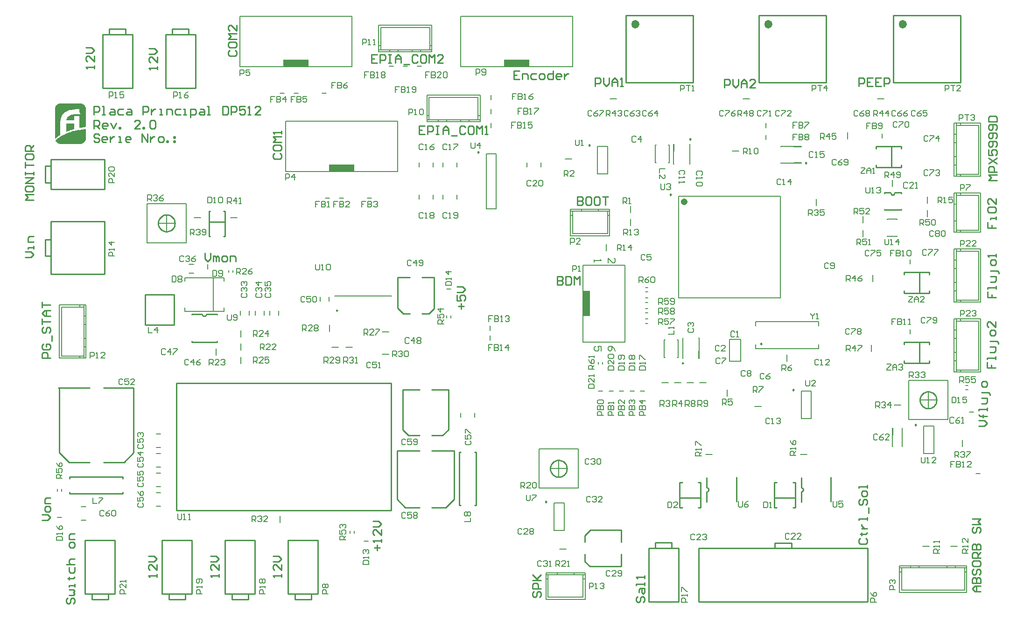
<source format=gto>
%FSLAX25Y25*%
%MOIN*%
G70*
G01*
G75*
%ADD10R,0.03937X0.03937*%
%ADD11R,0.03937X0.03937*%
%ADD12R,0.01260X0.06299*%
%ADD13R,0.13386X0.09685*%
%ADD14R,0.08661X0.09843*%
%ADD15R,0.03937X0.03543*%
%ADD16R,0.04331X0.03937*%
%ADD17R,0.03937X0.04331*%
%ADD18R,0.03543X0.03937*%
%ADD19R,0.06299X0.16535*%
%ADD20R,0.05906X0.05118*%
%ADD21R,0.09843X0.08661*%
%ADD22R,0.21654X0.07874*%
%ADD23R,0.05709X0.01772*%
%ADD24O,0.08661X0.02362*%
%ADD25R,0.03504X0.09488*%
%ADD26R,0.21063X0.33622*%
%ADD27R,0.06299X0.01378*%
%ADD28R,0.09685X0.09095*%
%ADD29O,0.08071X0.01772*%
%ADD30O,0.01772X0.08071*%
%ADD31R,0.04724X0.05512*%
%ADD32R,0.05512X0.04724*%
%ADD33R,0.12000X0.06000*%
%ADD34R,0.07087X0.11811*%
%ADD35R,0.11811X0.07087*%
%ADD36R,0.04600X0.16700*%
%ADD37R,0.07874X0.04724*%
%ADD38R,0.06693X0.09843*%
%ADD39R,0.11000X0.15000*%
%ADD40R,0.05118X0.05906*%
%ADD41R,0.04724X0.07874*%
%ADD42R,0.05118X0.10630*%
%ADD43R,0.10630X0.05118*%
%ADD44R,0.07087X0.22835*%
%ADD45R,0.07087X0.05118*%
%ADD46R,0.06299X0.13780*%
%ADD47R,0.05118X0.07087*%
%ADD48R,0.13780X0.06299*%
%ADD49R,0.07874X0.08661*%
%ADD50R,0.08661X0.07874*%
%ADD51R,0.05709X0.02165*%
%ADD52R,0.05709X0.02165*%
%ADD53C,0.01500*%
%ADD54C,0.01000*%
%ADD55C,0.01200*%
%ADD56C,0.05000*%
%ADD57C,0.02500*%
%ADD58C,0.02000*%
%ADD59C,0.03000*%
%ADD60C,0.01400*%
%ADD61C,0.03500*%
%ADD62R,0.06200X0.06200*%
%ADD63C,0.06200*%
%ADD64R,0.06200X0.06200*%
%ADD65C,0.02800*%
%ADD66C,0.09449*%
%ADD67R,0.09449X0.09449*%
%ADD68R,0.05906X0.05906*%
%ADD69C,0.05906*%
%ADD70R,0.05906X0.05906*%
%ADD71C,0.25590*%
%ADD72C,0.05000*%
%ADD73R,0.09449X0.09449*%
%ADD74C,0.07874*%
%ADD75C,0.03200*%
%ADD76C,0.04000*%
%ADD77C,0.07543*%
G04:AMPARAMS|DCode=78|XSize=95.118mil|YSize=95.118mil|CornerRadius=0mil|HoleSize=0mil|Usage=FLASHONLY|Rotation=0.000|XOffset=0mil|YOffset=0mil|HoleType=Round|Shape=Relief|Width=10mil|Gap=10mil|Entries=4|*
%AMTHD78*
7,0,0,0.09512,0.07512,0.01000,45*
%
%ADD78THD78*%
%ADD79C,0.09512*%
%ADD80C,0.07543*%
G04:AMPARAMS|DCode=81|XSize=75.433mil|YSize=75.433mil|CornerRadius=0mil|HoleSize=0mil|Usage=FLASHONLY|Rotation=0.000|XOffset=0mil|YOffset=0mil|HoleType=Round|Shape=Relief|Width=10mil|Gap=10mil|Entries=4|*
%AMTHD81*
7,0,0,0.07543,0.05543,0.01000,45*
%
%ADD81THD81*%
%ADD82C,0.21717*%
%ADD83C,0.05200*%
%ADD84C,0.06800*%
%ADD85C,0.08724*%
G04:AMPARAMS|DCode=86|XSize=87.244mil|YSize=87.244mil|CornerRadius=0mil|HoleSize=0mil|Usage=FLASHONLY|Rotation=0.000|XOffset=0mil|YOffset=0mil|HoleType=Round|Shape=Relief|Width=10mil|Gap=10mil|Entries=4|*
%AMTHD86*
7,0,0,0.08724,0.06724,0.01000,45*
%
%ADD86THD86*%
%ADD87C,0.07150*%
G04:AMPARAMS|DCode=88|XSize=71.496mil|YSize=71.496mil|CornerRadius=0mil|HoleSize=0mil|Usage=FLASHONLY|Rotation=0.000|XOffset=0mil|YOffset=0mil|HoleType=Round|Shape=Relief|Width=10mil|Gap=10mil|Entries=4|*
%AMTHD88*
7,0,0,0.07150,0.05150,0.01000,45*
%
%ADD88THD88*%
G04:AMPARAMS|DCode=89|XSize=75.433mil|YSize=75.433mil|CornerRadius=0mil|HoleSize=0mil|Usage=FLASHONLY|Rotation=0.000|XOffset=0mil|YOffset=0mil|HoleType=Round|Shape=Relief|Width=10mil|Gap=10mil|Entries=4|*
%AMTHD89*
7,0,0,0.07543,0.05543,0.01000,45*
%
%ADD89THD89*%
%ADD90C,0.05600*%
G04:AMPARAMS|DCode=91|XSize=56mil|YSize=56mil|CornerRadius=0mil|HoleSize=0mil|Usage=FLASHONLY|Rotation=0.000|XOffset=0mil|YOffset=0mil|HoleType=Round|Shape=Relief|Width=10mil|Gap=10mil|Entries=4|*
%AMTHD91*
7,0,0,0.05600,0.03600,0.01000,45*
%
%ADD91THD91*%
G04:AMPARAMS|DCode=92|XSize=68mil|YSize=68mil|CornerRadius=0mil|HoleSize=0mil|Usage=FLASHONLY|Rotation=0.000|XOffset=0mil|YOffset=0mil|HoleType=Round|Shape=Relief|Width=10mil|Gap=10mil|Entries=4|*
%AMTHD92*
7,0,0,0.06800,0.04800,0.01000,45*
%
%ADD92THD92*%
%ADD93C,0.00984*%
%ADD94C,0.02362*%
%ADD95C,0.00394*%
%ADD96C,0.00800*%
%ADD97C,0.00787*%
%ADD98C,0.00500*%
%ADD99C,0.00700*%
%ADD100R,0.18000X0.05000*%
%ADD101R,0.05000X0.18000*%
G36*
X367360Y759509D02*
Y759270D01*
Y759032D01*
Y758794D01*
Y758555D01*
Y758317D01*
Y758079D01*
Y757840D01*
Y757602D01*
Y757364D01*
Y757126D01*
Y756887D01*
Y756649D01*
Y756411D01*
Y756172D01*
Y755934D01*
Y755696D01*
Y755457D01*
Y755219D01*
Y754981D01*
Y754742D01*
Y754504D01*
Y754266D01*
Y754028D01*
Y753789D01*
Y753551D01*
Y753313D01*
Y753075D01*
Y752836D01*
Y752598D01*
Y752360D01*
Y752121D01*
Y751883D01*
X367121D01*
Y751645D01*
Y751406D01*
X366883D01*
Y751168D01*
Y750930D01*
X366645D01*
Y750692D01*
X366406D01*
Y750453D01*
X366168D01*
Y750215D01*
X365930D01*
Y749977D01*
X365691D01*
Y749738D01*
X365215D01*
Y749500D01*
X364500D01*
Y749262D01*
X348296D01*
Y749500D01*
X347581D01*
Y749738D01*
X347104D01*
Y749977D01*
X346866D01*
Y750215D01*
X346628D01*
Y750453D01*
X346389D01*
Y750692D01*
X346151D01*
Y750930D01*
Y751168D01*
X345913D01*
Y751406D01*
Y751645D01*
Y751883D01*
X346151D01*
Y752121D01*
X346389D01*
Y752360D01*
X346628D01*
Y752598D01*
X346866D01*
Y752836D01*
X347104D01*
Y753075D01*
X347581D01*
Y753313D01*
X347819D01*
Y753551D01*
X348296D01*
Y753789D01*
X348534D01*
Y754028D01*
X348772D01*
Y754266D01*
X349249D01*
Y754504D01*
X349487D01*
Y754742D01*
X349964D01*
Y754981D01*
X350441D01*
Y755219D01*
X350917D01*
Y755457D01*
X351394D01*
Y755696D01*
X351870D01*
Y755934D01*
X352347D01*
Y756172D01*
X352823D01*
Y756411D01*
X353300D01*
Y756649D01*
X353777D01*
Y756887D01*
X354491D01*
Y757126D01*
X354968D01*
Y757364D01*
X355683D01*
Y757602D01*
X356398D01*
Y757840D01*
X357113D01*
Y758079D01*
X357828D01*
Y758317D01*
X358543D01*
Y758555D01*
X359734D01*
Y758794D01*
X360926D01*
Y759032D01*
X362117D01*
Y759270D01*
X363785D01*
Y759509D01*
X365691D01*
Y759747D01*
X367360D01*
Y759509D01*
D02*
G37*
G36*
X359019Y763559D02*
Y763321D01*
Y763083D01*
Y762845D01*
Y762606D01*
Y762368D01*
Y762130D01*
Y761891D01*
Y761653D01*
Y761415D01*
Y761177D01*
Y760938D01*
Y760700D01*
Y760462D01*
Y760223D01*
Y759985D01*
Y759747D01*
X358543D01*
Y759509D01*
X357828D01*
Y759270D01*
X357113D01*
Y759032D01*
X356160D01*
Y758794D01*
X355683D01*
Y758555D01*
X354968D01*
Y758317D01*
X354491D01*
Y758079D01*
X353777D01*
Y757840D01*
X353300D01*
Y758079D01*
Y758317D01*
Y758555D01*
Y758794D01*
Y759032D01*
Y759270D01*
Y759509D01*
Y759747D01*
Y759985D01*
Y760223D01*
Y760462D01*
Y760700D01*
Y760938D01*
Y761177D01*
Y761415D01*
Y761653D01*
Y761891D01*
Y762130D01*
Y762368D01*
Y762606D01*
Y762845D01*
Y763083D01*
Y763321D01*
Y763559D01*
Y763798D01*
X359019D01*
Y763559D01*
D02*
G37*
G36*
X364738Y777857D02*
X365215D01*
Y777619D01*
X365691D01*
Y777381D01*
X365930D01*
Y777142D01*
X366168D01*
Y776904D01*
X366406D01*
Y776666D01*
X366645D01*
Y776428D01*
X366883D01*
Y776189D01*
Y775951D01*
X367121D01*
Y775713D01*
Y775474D01*
X367360D01*
Y775236D01*
Y774998D01*
Y774759D01*
Y774521D01*
Y774283D01*
Y774045D01*
Y773806D01*
Y773568D01*
Y773330D01*
Y773091D01*
Y772853D01*
Y772615D01*
Y772376D01*
Y772138D01*
Y771900D01*
Y771662D01*
Y771423D01*
Y771185D01*
Y770947D01*
Y770708D01*
Y770470D01*
Y770232D01*
Y769993D01*
Y769755D01*
Y769517D01*
Y769279D01*
Y769040D01*
Y768802D01*
Y768564D01*
Y768326D01*
Y768087D01*
Y767849D01*
Y767611D01*
Y767372D01*
Y767134D01*
Y766896D01*
Y766657D01*
Y766419D01*
Y766181D01*
Y765942D01*
Y765704D01*
Y765466D01*
Y765228D01*
Y764989D01*
Y764751D01*
Y764513D01*
Y764274D01*
Y764036D01*
Y763798D01*
Y763559D01*
Y763321D01*
Y763083D01*
Y762845D01*
Y762606D01*
Y762368D01*
Y762130D01*
Y761891D01*
Y761653D01*
Y761415D01*
X366645D01*
Y761177D01*
X365215D01*
Y760938D01*
X363785D01*
Y760700D01*
X362832D01*
Y760938D01*
Y761177D01*
Y761415D01*
Y761653D01*
Y761891D01*
Y762130D01*
Y762368D01*
Y762606D01*
Y762845D01*
Y763083D01*
Y763321D01*
Y763559D01*
Y763798D01*
Y764036D01*
Y764274D01*
Y764513D01*
Y764751D01*
Y764989D01*
Y765228D01*
Y765466D01*
Y765704D01*
Y765942D01*
Y766181D01*
Y766419D01*
Y766657D01*
Y766896D01*
Y767134D01*
Y767372D01*
Y767611D01*
Y767849D01*
Y768087D01*
Y768326D01*
Y768564D01*
Y768802D01*
Y769040D01*
Y769279D01*
X359019D01*
Y769040D01*
Y768802D01*
Y768564D01*
Y768326D01*
Y768087D01*
Y767849D01*
Y767611D01*
Y767372D01*
Y767134D01*
Y766896D01*
Y766657D01*
Y766419D01*
Y766181D01*
X353538D01*
Y766419D01*
Y766657D01*
X353777D01*
Y766896D01*
Y767134D01*
Y767372D01*
X354015D01*
Y767611D01*
Y767849D01*
X354253D01*
Y768087D01*
Y768326D01*
X354491D01*
Y768564D01*
X354730D01*
Y768802D01*
X354968D01*
Y769040D01*
X355206D01*
Y769279D01*
X355683D01*
Y769517D01*
X356160D01*
Y769755D01*
X356636D01*
Y769993D01*
X357351D01*
Y770232D01*
X358543D01*
Y770470D01*
X363309D01*
Y770708D01*
Y770947D01*
Y771185D01*
X363070D01*
Y771423D01*
Y771662D01*
Y771900D01*
X362832D01*
Y772138D01*
Y772376D01*
Y772615D01*
Y772853D01*
Y773091D01*
Y773330D01*
Y773568D01*
Y773806D01*
Y774045D01*
X359734D01*
Y773806D01*
X357828D01*
Y773568D01*
X356160D01*
Y773330D01*
X355206D01*
Y773091D01*
X354730D01*
Y772853D01*
X354253D01*
Y772615D01*
X353777D01*
Y772376D01*
X353300D01*
Y772138D01*
X352823D01*
Y771900D01*
X352347D01*
Y771662D01*
X352109D01*
Y771423D01*
X351870D01*
Y771185D01*
X351632D01*
Y770947D01*
X351394D01*
Y770708D01*
X351155D01*
Y770470D01*
X350917D01*
Y770232D01*
X350679D01*
Y769993D01*
Y769755D01*
X350441D01*
Y769517D01*
X350202D01*
Y769279D01*
Y769040D01*
X349964D01*
Y768802D01*
Y768564D01*
Y768326D01*
X349726D01*
Y768087D01*
Y767849D01*
Y767611D01*
Y767372D01*
X349487D01*
Y767134D01*
Y766896D01*
Y766657D01*
Y766419D01*
Y766181D01*
Y765942D01*
Y765704D01*
X349249D01*
Y765466D01*
Y765228D01*
Y764989D01*
Y764751D01*
Y764513D01*
Y764274D01*
Y764036D01*
Y763798D01*
Y763559D01*
Y763321D01*
Y763083D01*
Y762845D01*
Y762606D01*
Y762368D01*
Y762130D01*
Y761891D01*
Y761653D01*
Y761415D01*
Y761177D01*
Y760938D01*
Y760700D01*
Y760462D01*
Y760223D01*
Y759985D01*
Y759747D01*
Y759509D01*
Y759270D01*
Y759032D01*
Y758794D01*
Y758555D01*
Y758317D01*
Y758079D01*
Y757840D01*
Y757602D01*
Y757364D01*
Y757126D01*
Y756887D01*
Y756649D01*
Y756411D01*
Y756172D01*
Y755934D01*
Y755696D01*
X349011D01*
Y755457D01*
X348772D01*
Y755219D01*
X348296D01*
Y754981D01*
X348058D01*
Y754742D01*
X347581D01*
Y754504D01*
X347343D01*
Y754266D01*
X347104D01*
Y754028D01*
X346628D01*
Y753789D01*
X346389D01*
Y753551D01*
X346151D01*
Y753313D01*
X345913D01*
Y753075D01*
X345674D01*
Y752836D01*
X345436D01*
Y753075D01*
Y753313D01*
Y753551D01*
Y753789D01*
Y754028D01*
Y754266D01*
Y754504D01*
Y754742D01*
Y754981D01*
Y755219D01*
Y755457D01*
Y755696D01*
Y755934D01*
Y756172D01*
Y756411D01*
Y756649D01*
Y756887D01*
Y757126D01*
Y757364D01*
Y757602D01*
Y757840D01*
Y758079D01*
Y758317D01*
Y758555D01*
Y758794D01*
Y759032D01*
Y759270D01*
Y759509D01*
Y759747D01*
Y759985D01*
Y760223D01*
Y760462D01*
Y760700D01*
Y760938D01*
Y761177D01*
Y761415D01*
Y761653D01*
Y761891D01*
Y762130D01*
Y762368D01*
Y762606D01*
Y762845D01*
Y763083D01*
Y763321D01*
Y763559D01*
Y763798D01*
Y764036D01*
Y764274D01*
Y764513D01*
Y764751D01*
Y764989D01*
Y765228D01*
Y765466D01*
Y765704D01*
Y765942D01*
Y766181D01*
Y766419D01*
Y766657D01*
Y766896D01*
Y767134D01*
Y767372D01*
Y767611D01*
Y767849D01*
Y768087D01*
Y768326D01*
Y768564D01*
Y768802D01*
Y769040D01*
Y769279D01*
Y769517D01*
Y769755D01*
Y769993D01*
Y770232D01*
Y770470D01*
Y770708D01*
Y770947D01*
Y771185D01*
Y771423D01*
Y771662D01*
Y771900D01*
Y772138D01*
Y772376D01*
Y772615D01*
Y772853D01*
Y773091D01*
Y773330D01*
Y773568D01*
Y773806D01*
Y774045D01*
Y774283D01*
Y774521D01*
Y774759D01*
Y774998D01*
Y775236D01*
Y775474D01*
X345674D01*
Y775713D01*
Y775951D01*
X345913D01*
Y776189D01*
Y776428D01*
X346151D01*
Y776666D01*
X346389D01*
Y776904D01*
X346628D01*
Y777142D01*
X346866D01*
Y777381D01*
X347104D01*
Y777619D01*
X347581D01*
Y777857D01*
X348058D01*
Y778096D01*
X364738D01*
Y777857D01*
D02*
G37*
G54D54*
X810827Y500449D02*
X811709Y500735D01*
X812253Y501485D01*
Y502412D01*
X811709Y503162D01*
X810827Y503449D01*
X878327Y500449D02*
X879208Y500735D01*
X879753Y501485D01*
Y502412D01*
X879208Y503162D01*
X878327Y503449D01*
X942200Y714300D02*
X942486Y713418D01*
X943237Y712873D01*
X944164D01*
X944913Y713418D01*
X945200Y714300D01*
X450500Y627500D02*
X450786Y626618D01*
X451537Y626073D01*
X452463D01*
X453214Y626618D01*
X453500Y627500D01*
X431000Y692500D02*
X430918Y693488D01*
X430675Y694448D01*
X430277Y695356D01*
X429735Y696185D01*
X429064Y696914D01*
X428282Y697523D01*
X427410Y697995D01*
X426473Y698316D01*
X425495Y698480D01*
X424505D01*
X423527Y698316D01*
X422590Y697995D01*
X421718Y697523D01*
X420936Y696914D01*
X420265Y696185D01*
X419723Y695356D01*
X419325Y694448D01*
X419082Y693488D01*
X419000Y692500D01*
X419082Y691512D01*
X419325Y690552D01*
X419723Y689644D01*
X420265Y688815D01*
X420936Y688086D01*
X421718Y687477D01*
X422590Y687005D01*
X423527Y686684D01*
X424505Y686520D01*
X425495D01*
X426473Y686684D01*
X427410Y687005D01*
X428282Y687477D01*
X429064Y688086D01*
X429735Y688815D01*
X430277Y689644D01*
X430675Y690552D01*
X430918Y691512D01*
X431000Y692500D01*
X975000Y566000D02*
X974918Y566988D01*
X974675Y567948D01*
X974277Y568856D01*
X973735Y569685D01*
X973064Y570414D01*
X972282Y571023D01*
X971410Y571495D01*
X970473Y571816D01*
X969495Y571980D01*
X968505D01*
X967527Y571816D01*
X966590Y571495D01*
X965718Y571023D01*
X964936Y570414D01*
X964265Y569685D01*
X963723Y568856D01*
X963325Y567948D01*
X963082Y566988D01*
X963000Y566000D01*
X963082Y565012D01*
X963325Y564052D01*
X963723Y563144D01*
X964265Y562315D01*
X964936Y561586D01*
X965718Y560977D01*
X966590Y560505D01*
X967527Y560184D01*
X968505Y560020D01*
X969495D01*
X970473Y560184D01*
X971410Y560505D01*
X972282Y560977D01*
X973064Y561586D01*
X973735Y562315D01*
X974277Y563144D01*
X974675Y564052D01*
X974918Y565012D01*
X975000Y566000D01*
X711000Y517000D02*
X710918Y517988D01*
X710675Y518948D01*
X710277Y519856D01*
X709735Y520685D01*
X709064Y521414D01*
X708282Y522023D01*
X707410Y522495D01*
X706473Y522816D01*
X705496Y522979D01*
X704504D01*
X703527Y522816D01*
X702590Y522495D01*
X701718Y522023D01*
X700936Y521414D01*
X700265Y520685D01*
X699723Y519856D01*
X699325Y518948D01*
X699082Y517988D01*
X699000Y517000D01*
X699082Y516012D01*
X699325Y515052D01*
X699723Y514144D01*
X700265Y513315D01*
X700936Y512586D01*
X701718Y511977D01*
X702590Y511505D01*
X703527Y511184D01*
X704504Y511021D01*
X705496D01*
X706473Y511184D01*
X707410Y511505D01*
X708282Y511977D01*
X709064Y512586D01*
X709735Y513315D01*
X710277Y514144D01*
X710675Y515052D01*
X710918Y516012D01*
X711000Y517000D01*
X380866Y656102D02*
Y693898D01*
X342480Y656102D02*
X380866D01*
X342480D02*
Y693898D01*
X380866D01*
X338445Y669095D02*
X342480D01*
X338445D02*
Y680905D01*
X342480D01*
X810827Y503449D02*
Y510610D01*
Y493287D02*
Y500449D01*
X832087Y493362D02*
Y510685D01*
X878327Y503449D02*
Y510610D01*
Y493287D02*
Y500449D01*
X899587Y493362D02*
Y510685D01*
X804906Y489098D02*
X806480D01*
X804906Y507209D02*
X806480D01*
X791520Y489098D02*
X793291D01*
X791520Y496283D02*
X806480D01*
Y489098D02*
Y507209D01*
X791520Y489098D02*
Y507209D01*
X793291D01*
X872406Y489098D02*
X873980D01*
X872406Y507209D02*
X873980D01*
X859020Y489098D02*
X860791D01*
X859020Y496283D02*
X873980D01*
Y489098D02*
Y507209D01*
X859020Y489098D02*
Y507209D01*
X860791D01*
X626339Y544902D02*
Y573346D01*
X593661Y544902D02*
Y573346D01*
X622106Y540669D02*
X626339Y544902D01*
X593661D02*
X597894Y540669D01*
X593661Y573346D02*
X605669D01*
X614331D02*
X626339D01*
X597894Y540669D02*
X605669D01*
X614331D02*
X622106D01*
X528406Y423445D02*
Y427480D01*
X516594Y423445D02*
X528406D01*
X516594D02*
Y427382D01*
X511870Y427480D02*
Y465866D01*
Y427480D02*
X533130D01*
Y465866D01*
X511870D02*
X533130D01*
X951791Y592520D02*
Y594291D01*
Y592520D02*
X969902D01*
X951791Y607480D02*
X969902D01*
X962717Y592520D02*
Y607480D01*
X969902Y592520D02*
Y594291D01*
X951791Y605906D02*
Y607480D01*
X969902Y605906D02*
Y607480D01*
X951791Y642520D02*
Y644291D01*
Y642520D02*
X969902D01*
X951791Y657480D02*
X969902D01*
X962717Y642520D02*
Y657480D01*
X969902Y642520D02*
Y644291D01*
X951791Y655906D02*
Y657480D01*
X969902Y655906D02*
Y657480D01*
X931791Y732520D02*
Y734291D01*
Y732520D02*
X949902D01*
X931791Y747480D02*
X949902D01*
X942717Y732520D02*
Y747480D01*
X949902Y732520D02*
Y734291D01*
X931791Y745906D02*
Y747480D01*
X949902Y745906D02*
Y747480D01*
X937600Y714300D02*
X942200D01*
X937600Y713800D02*
Y714300D01*
X945200D02*
X949800D01*
Y713800D02*
Y714300D01*
X937600Y702000D02*
X949800D01*
Y702500D01*
X937600Y702000D02*
Y702500D01*
X443000Y627000D02*
Y627500D01*
Y607500D02*
Y608000D01*
X461000Y627000D02*
Y627500D01*
Y607500D02*
Y608000D01*
X453500Y627500D02*
X461000D01*
X443000D02*
X450500D01*
X443000Y607500D02*
X461000D01*
X848000Y793000D02*
Y841000D01*
Y793000D02*
X896000D01*
Y841000D01*
X848000D02*
X896000D01*
X944000Y793000D02*
Y841000D01*
Y793000D02*
X992000D01*
Y841000D01*
X944000D02*
X992000D01*
X753000Y793000D02*
Y841000D01*
Y793000D02*
X801000D01*
Y841000D01*
X753000D02*
X801000D01*
X633996Y490866D02*
Y528661D01*
X646004Y490866D02*
Y528661D01*
X633996Y490866D02*
X635079D01*
X633996Y528661D02*
X635079D01*
X644921D02*
X646004D01*
X645020Y490866D02*
X646004D01*
X355866Y511004D02*
X393661D01*
X355866Y498996D02*
X393661D01*
X355866Y509921D02*
Y511004D01*
X393661Y509921D02*
Y511004D01*
Y498996D02*
Y500079D01*
X355866Y498996D02*
Y499980D01*
X409600Y641300D02*
X430400D01*
Y619700D02*
Y641300D01*
X409600Y619700D02*
X430400D01*
X409600D02*
Y641300D01*
X455291Y701280D02*
X456177D01*
X455291Y683169D02*
X456177D01*
X465823Y701280D02*
X466807D01*
X465724Y683169D02*
X466807D01*
X455390Y693307D02*
X466807D01*
X455291Y683169D02*
Y701280D01*
X466807Y683169D02*
Y701280D01*
X630276Y495000D02*
Y529843D01*
X589724Y495000D02*
Y529843D01*
X624567Y489291D02*
X630276Y495000D01*
X589724D02*
X595433Y489291D01*
X589724Y529843D02*
X605669D01*
X614331D02*
X630276D01*
X595433Y489291D02*
X605669D01*
X614331D02*
X624567D01*
X379921Y521535D02*
X394685D01*
X355315D02*
X370079D01*
X379921Y574685D02*
X401575D01*
X347835D02*
X370079D01*
X348425Y528425D02*
X355315Y521535D01*
X394685D02*
X401575Y528425D01*
X348425D02*
Y574685D01*
X401575Y528425D02*
Y574685D01*
X615992Y631333D02*
Y653774D01*
X590008Y631726D02*
Y653774D01*
X612449Y627789D02*
X615992Y631333D01*
X590008Y631726D02*
X593945Y627789D01*
X590008Y653774D02*
X598669D01*
X607331D02*
X615992D01*
X593945Y627789D02*
X598669D01*
X607331D02*
X612449D01*
X727333Y447008D02*
X749774D01*
X727726Y472992D02*
X749774D01*
X723789Y450551D02*
X727333Y447008D01*
X723789Y469055D02*
X727726Y472992D01*
X749774Y464331D02*
Y472992D01*
Y447008D02*
Y455669D01*
X723789Y464331D02*
Y469055D01*
Y450551D02*
Y455669D01*
X432000Y487000D02*
X585500D01*
Y578000D01*
X432000D02*
X585500D01*
X432000Y487000D02*
Y578000D01*
X383406Y423445D02*
Y427480D01*
X371594Y423445D02*
X383406D01*
X371594D02*
Y427382D01*
X366870Y427480D02*
Y465866D01*
Y427480D02*
X388130D01*
Y465866D01*
X366870D02*
X388130D01*
X380866Y716870D02*
Y738130D01*
X342480Y716870D02*
X380866D01*
X342480D02*
Y738130D01*
X380866D01*
X338445Y733406D02*
X342382D01*
X338445Y721594D02*
Y733406D01*
Y721594D02*
X342480D01*
X438406Y423445D02*
Y427480D01*
X426594Y423445D02*
X438406D01*
X426594D02*
Y427382D01*
X421870Y427480D02*
Y465866D01*
Y427480D02*
X443130D01*
Y465866D01*
X421870D02*
X443130D01*
X466870D02*
X488130D01*
Y427480D02*
Y465866D01*
X466870Y427480D02*
X488130D01*
X466870D02*
Y465866D01*
X471594Y423445D02*
Y427382D01*
Y423445D02*
X483406D01*
Y427480D01*
X774094Y460020D02*
Y464055D01*
X785906D01*
Y460118D02*
Y464055D01*
X790630Y421634D02*
Y460020D01*
X769370D02*
X790630D01*
X769370Y421634D02*
Y460020D01*
Y421634D02*
X790630D01*
X424370Y789134D02*
X445630D01*
X424370D02*
Y827520D01*
X445630D01*
Y789134D02*
Y827520D01*
X440906Y827618D02*
Y831555D01*
X429094D02*
X440906D01*
X429094Y827520D02*
Y831555D01*
X384094Y827520D02*
Y831555D01*
X395906D01*
Y827618D02*
Y831555D01*
X400630Y789134D02*
Y827520D01*
X379370D02*
X400630D01*
X379370Y789134D02*
Y827520D01*
Y789134D02*
X400630D01*
X805157Y421634D02*
X925630D01*
X805157D02*
Y460020D01*
X925630D01*
Y421634D02*
Y460020D01*
X859488D02*
Y463957D01*
X871299D01*
Y460020D02*
Y463957D01*
X342000Y596000D02*
X336002D01*
Y598999D01*
X337002Y599999D01*
X339001D01*
X340001Y598999D01*
Y596000D01*
X337002Y605997D02*
X336002Y604997D01*
Y602998D01*
X337002Y601998D01*
X341000D01*
X342000Y602998D01*
Y604997D01*
X341000Y605997D01*
X339001D01*
Y603997D01*
X343000Y607996D02*
Y611995D01*
X337002Y617993D02*
X336002Y616993D01*
Y614994D01*
X337002Y613994D01*
X338001D01*
X339001Y614994D01*
Y616993D01*
X340001Y617993D01*
X341000D01*
X342000Y616993D01*
Y614994D01*
X341000Y613994D01*
X336002Y619992D02*
Y623991D01*
Y621992D01*
X342000D01*
Y625990D02*
X338001D01*
X336002Y627990D01*
X338001Y629989D01*
X342000D01*
X339001D01*
Y625990D01*
X336002Y631988D02*
Y635987D01*
Y633988D01*
X342000D01*
X575499Y812998D02*
X571500D01*
Y807000D01*
X575499D01*
X571500Y809999D02*
X573499D01*
X577498Y807000D02*
Y812998D01*
X580497D01*
X581497Y811998D01*
Y809999D01*
X580497Y808999D01*
X577498D01*
X583496Y812998D02*
X585496D01*
X584496D01*
Y807000D01*
X583496D01*
X585496D01*
X588494D02*
Y810999D01*
X590494Y812998D01*
X592493Y810999D01*
Y807000D01*
Y809999D01*
X588494D01*
X594493Y806000D02*
X598491D01*
X604489Y811998D02*
X603490Y812998D01*
X601490D01*
X600491Y811998D01*
Y808000D01*
X601490Y807000D01*
X603490D01*
X604489Y808000D01*
X609488Y812998D02*
X607488D01*
X606489Y811998D01*
Y808000D01*
X607488Y807000D01*
X609488D01*
X610487Y808000D01*
Y811998D01*
X609488Y812998D01*
X612487Y807000D02*
Y812998D01*
X614486Y810999D01*
X616486Y812998D01*
Y807000D01*
X622483D02*
X618485D01*
X622483Y810999D01*
Y811998D01*
X621484Y812998D01*
X619485D01*
X618485Y811998D01*
X609499Y761998D02*
X605500D01*
Y756000D01*
X609499D01*
X605500Y758999D02*
X607499D01*
X611498Y756000D02*
Y761998D01*
X614497D01*
X615497Y760998D01*
Y758999D01*
X614497Y757999D01*
X611498D01*
X617496Y761998D02*
X619495D01*
X618496D01*
Y756000D01*
X617496D01*
X619495D01*
X622495D02*
Y759999D01*
X624494Y761998D01*
X626493Y759999D01*
Y756000D01*
Y758999D01*
X622495D01*
X628493Y755000D02*
X632491D01*
X638489Y760998D02*
X637490Y761998D01*
X635490D01*
X634491Y760998D01*
Y757000D01*
X635490Y756000D01*
X637490D01*
X638489Y757000D01*
X643488Y761998D02*
X641488D01*
X640489Y760998D01*
Y757000D01*
X641488Y756000D01*
X643488D01*
X644487Y757000D01*
Y760998D01*
X643488Y761998D01*
X646487Y756000D02*
Y761998D01*
X648486Y759999D01*
X650486Y761998D01*
Y756000D01*
X652485D02*
X654484D01*
X653484D01*
Y761998D01*
X652485Y760998D01*
X336002Y480000D02*
X340001D01*
X342000Y481999D01*
X340001Y483999D01*
X336002D01*
X342000Y486998D02*
Y488997D01*
X341000Y489997D01*
X339001D01*
X338001Y488997D01*
Y486998D01*
X339001Y485998D01*
X341000D01*
X342000Y486998D01*
Y491996D02*
X338001D01*
Y494995D01*
X339001Y495995D01*
X342000D01*
X1005002Y547500D02*
X1009001D01*
X1011000Y549499D01*
X1009001Y551499D01*
X1005002D01*
X1011000Y554498D02*
X1006002D01*
X1008001D01*
Y553498D01*
Y555497D01*
Y554498D01*
X1006002D01*
X1005002Y555497D01*
X1011000Y558496D02*
Y560496D01*
Y559496D01*
X1005002D01*
Y558496D01*
X1007001Y563495D02*
X1010000D01*
X1011000Y564495D01*
Y567493D01*
X1007001D01*
X1012999Y569493D02*
Y570493D01*
X1012000Y571492D01*
X1007001D01*
X1011000Y576491D02*
Y578490D01*
X1010000Y579490D01*
X1008001D01*
X1007001Y578490D01*
Y576491D01*
X1008001Y575491D01*
X1010000D01*
X1011000Y576491D01*
X635501Y631000D02*
Y634999D01*
X633502Y632999D02*
X637500D01*
X632502Y640997D02*
Y636998D01*
X635501D01*
X634501Y638997D01*
Y639997D01*
X635501Y640997D01*
X637500D01*
X638500Y639997D01*
Y637998D01*
X637500Y636998D01*
X632502Y642996D02*
X636501D01*
X638500Y644995D01*
X636501Y646995D01*
X632502D01*
X575501Y458500D02*
Y462499D01*
X573502Y460499D02*
X577500D01*
X578500Y464498D02*
Y466497D01*
Y465498D01*
X572502D01*
X573502Y464498D01*
X578500Y473495D02*
Y469496D01*
X574501Y473495D01*
X573502D01*
X572502Y472496D01*
Y470496D01*
X573502Y469496D01*
X572502Y475494D02*
X576501D01*
X578500Y477494D01*
X576501Y479493D01*
X572502D01*
X452500Y670998D02*
Y666999D01*
X454499Y665000D01*
X456499Y666999D01*
Y670998D01*
X458498Y665000D02*
Y668999D01*
X459498D01*
X460497Y667999D01*
Y665000D01*
Y667999D01*
X461497Y668999D01*
X462497Y667999D01*
Y665000D01*
X465496D02*
X467495D01*
X468495Y666000D01*
Y667999D01*
X467495Y668999D01*
X465496D01*
X464496Y667999D01*
Y666000D01*
X465496Y665000D01*
X470494D02*
Y668999D01*
X473493D01*
X474493Y667999D01*
Y665000D01*
X676999Y801498D02*
X673000D01*
Y795500D01*
X676999D01*
X673000Y798499D02*
X674999D01*
X678998Y795500D02*
Y799499D01*
X681997D01*
X682997Y798499D01*
Y795500D01*
X688995Y799499D02*
X685996D01*
X684996Y798499D01*
Y796500D01*
X685996Y795500D01*
X688995D01*
X691994D02*
X693993D01*
X694993Y796500D01*
Y798499D01*
X693993Y799499D01*
X691994D01*
X690994Y798499D01*
Y796500D01*
X691994Y795500D01*
X700991Y801498D02*
Y795500D01*
X697992D01*
X696992Y796500D01*
Y798499D01*
X697992Y799499D01*
X700991D01*
X705989Y795500D02*
X703990D01*
X702990Y796500D01*
Y798499D01*
X703990Y799499D01*
X705989D01*
X706989Y798499D01*
Y797499D01*
X702990D01*
X708988Y799499D02*
Y795500D01*
Y797499D01*
X709988Y798499D01*
X710988Y799499D01*
X711987D01*
X507000Y439500D02*
Y441499D01*
Y440500D01*
X501002D01*
X502002Y439500D01*
X507000Y448497D02*
Y444498D01*
X503001Y448497D01*
X502002D01*
X501002Y447497D01*
Y445498D01*
X502002Y444498D01*
X501002Y450496D02*
X505001D01*
X507000Y452496D01*
X505001Y454495D01*
X501002D01*
X1018000Y723000D02*
X1012002D01*
X1014001Y724999D01*
X1012002Y726999D01*
X1018000D01*
Y728998D02*
X1012002D01*
Y731997D01*
X1013002Y732997D01*
X1015001D01*
X1016001Y731997D01*
Y728998D01*
X1012002Y734996D02*
X1018000Y738995D01*
X1012002D02*
X1018000Y734996D01*
X1012002Y744993D02*
Y740994D01*
X1015001D01*
X1014001Y742993D01*
Y743993D01*
X1015001Y744993D01*
X1017000D01*
X1018000Y743993D01*
Y741994D01*
X1017000Y740994D01*
Y746992D02*
X1018000Y747992D01*
Y749991D01*
X1017000Y750991D01*
X1013002D01*
X1012002Y749991D01*
Y747992D01*
X1013002Y746992D01*
X1014001D01*
X1015001Y747992D01*
Y750991D01*
X1017000Y752990D02*
X1018000Y753990D01*
Y755989D01*
X1017000Y756989D01*
X1013002D01*
X1012002Y755989D01*
Y753990D01*
X1013002Y752990D01*
X1014001D01*
X1015001Y753990D01*
Y756989D01*
X1017000Y758988D02*
X1018000Y759988D01*
Y761987D01*
X1017000Y762987D01*
X1013002D01*
X1012002Y761987D01*
Y759988D01*
X1013002Y758988D01*
X1014001D01*
X1015001Y759988D01*
Y762987D01*
X1012002Y764986D02*
X1018000D01*
Y767985D01*
X1017000Y768985D01*
X1013002D01*
X1012002Y767985D01*
Y764986D01*
X1011002Y592999D02*
Y589000D01*
X1014001D01*
Y590999D01*
Y589000D01*
X1017000D01*
Y594998D02*
Y596997D01*
Y595998D01*
X1011002D01*
Y594998D01*
X1013001Y599996D02*
X1016000D01*
X1017000Y600996D01*
Y603995D01*
X1013001D01*
X1018999Y605995D02*
Y606994D01*
X1018000Y607994D01*
X1013001D01*
X1017000Y612992D02*
Y614992D01*
X1016000Y615991D01*
X1014001D01*
X1013001Y614992D01*
Y612992D01*
X1014001Y611993D01*
X1016000D01*
X1017000Y612992D01*
Y621989D02*
Y617991D01*
X1013001Y621989D01*
X1012002D01*
X1011002Y620990D01*
Y618990D01*
X1012002Y617991D01*
X1011502Y643499D02*
Y639500D01*
X1014501D01*
Y641499D01*
Y639500D01*
X1017500D01*
Y645498D02*
Y647497D01*
Y646498D01*
X1011502D01*
Y645498D01*
X1013501Y650496D02*
X1016500D01*
X1017500Y651496D01*
Y654495D01*
X1013501D01*
X1019499Y656495D02*
Y657494D01*
X1018500Y658494D01*
X1013501D01*
X1017500Y663492D02*
Y665492D01*
X1016500Y666491D01*
X1014501D01*
X1013501Y665492D01*
Y663492D01*
X1014501Y662493D01*
X1016500D01*
X1017500Y663492D01*
Y668491D02*
Y670490D01*
Y669490D01*
X1011502D01*
X1012502Y668491D01*
X354502Y424499D02*
X353502Y423499D01*
Y421500D01*
X354502Y420500D01*
X355501D01*
X356501Y421500D01*
Y423499D01*
X357501Y424499D01*
X358500D01*
X359500Y423499D01*
Y421500D01*
X358500Y420500D01*
X355501Y426498D02*
X358500D01*
X359500Y427498D01*
X358500Y428497D01*
X359500Y429497D01*
X358500Y430497D01*
X355501D01*
X359500Y432496D02*
Y434495D01*
Y433496D01*
X355501D01*
Y432496D01*
X354502Y438494D02*
X355501D01*
Y437495D01*
Y439494D01*
Y438494D01*
X358500D01*
X359500Y439494D01*
X355501Y446492D02*
Y443493D01*
X356501Y442493D01*
X358500D01*
X359500Y443493D01*
Y446492D01*
X353502Y448491D02*
X359500D01*
X356501D01*
X355501Y449491D01*
Y451490D01*
X356501Y452490D01*
X359500D01*
Y461487D02*
Y463486D01*
X358500Y464486D01*
X356501D01*
X355501Y463486D01*
Y461487D01*
X356501Y460487D01*
X358500D01*
X359500Y461487D01*
Y466485D02*
X355501D01*
Y469484D01*
X356501Y470484D01*
X359500D01*
X330000Y709000D02*
X324002D01*
X326001Y710999D01*
X324002Y712999D01*
X330000D01*
X324002Y717997D02*
Y715998D01*
X325002Y714998D01*
X329000D01*
X330000Y715998D01*
Y717997D01*
X329000Y718997D01*
X325002D01*
X324002Y717997D01*
X330000Y720996D02*
X324002D01*
X330000Y724995D01*
X324002D01*
Y726994D02*
Y728994D01*
Y727994D01*
X330000D01*
Y726994D01*
Y728994D01*
X324002Y731993D02*
Y735991D01*
Y733992D01*
X330000D01*
X324002Y740990D02*
Y738990D01*
X325002Y737991D01*
X329000D01*
X330000Y738990D01*
Y740990D01*
X329000Y741989D01*
X325002D01*
X324002Y740990D01*
X330000Y743989D02*
X324002D01*
Y746988D01*
X325002Y747987D01*
X327001D01*
X328001Y746988D01*
Y743989D01*
Y745988D02*
X330000Y747987D01*
X418000Y439500D02*
Y441499D01*
Y440500D01*
X412002D01*
X413002Y439500D01*
X418000Y448497D02*
Y444498D01*
X414001Y448497D01*
X413002D01*
X412002Y447497D01*
Y445498D01*
X413002Y444498D01*
X412002Y450496D02*
X416001D01*
X418000Y452496D01*
X416001Y454495D01*
X412002D01*
X462500Y439500D02*
Y441499D01*
Y440500D01*
X456502D01*
X457502Y439500D01*
X462500Y448497D02*
Y444498D01*
X458501Y448497D01*
X457502D01*
X456502Y447497D01*
Y445498D01*
X457502Y444498D01*
X456502Y450496D02*
X460501D01*
X462500Y452496D01*
X460501Y454495D01*
X456502D01*
X761502Y425499D02*
X760502Y424499D01*
Y422500D01*
X761502Y421500D01*
X762501D01*
X763501Y422500D01*
Y424499D01*
X764501Y425499D01*
X765500D01*
X766500Y424499D01*
Y422500D01*
X765500Y421500D01*
X762501Y428498D02*
Y430497D01*
X763501Y431497D01*
X766500D01*
Y428498D01*
X765500Y427498D01*
X764501Y428498D01*
Y431497D01*
X766500Y433496D02*
Y435496D01*
Y434496D01*
X760502D01*
Y433496D01*
X766500Y438494D02*
Y440494D01*
Y439494D01*
X760502D01*
X761502Y438494D01*
X418500Y802500D02*
Y804499D01*
Y803500D01*
X412502D01*
X413502Y802500D01*
X418500Y811497D02*
Y807498D01*
X414501Y811497D01*
X413502D01*
X412502Y810497D01*
Y808498D01*
X413502Y807498D01*
X412502Y813496D02*
X416501D01*
X418500Y815496D01*
X416501Y817495D01*
X412502D01*
X373500Y803000D02*
Y804999D01*
Y804000D01*
X367502D01*
X368502Y803000D01*
X373500Y811997D02*
Y807998D01*
X369501Y811997D01*
X368502D01*
X367502Y810997D01*
Y808998D01*
X368502Y807998D01*
X367502Y813996D02*
X371501D01*
X373500Y815996D01*
X371501Y817995D01*
X367502D01*
X324002Y668000D02*
X328001D01*
X330000Y669999D01*
X328001Y671999D01*
X324002D01*
X330000Y673998D02*
Y675997D01*
Y674998D01*
X326001D01*
Y673998D01*
X330000Y678996D02*
X326001D01*
Y681995D01*
X327001Y682995D01*
X330000D01*
X687502Y428999D02*
X686502Y427999D01*
Y426000D01*
X687502Y425000D01*
X688501D01*
X689501Y426000D01*
Y427999D01*
X690501Y428999D01*
X691500D01*
X692500Y427999D01*
Y426000D01*
X691500Y425000D01*
X692500Y430998D02*
X686502D01*
Y433997D01*
X687502Y434997D01*
X689501D01*
X690501Y433997D01*
Y430998D01*
X686502Y436996D02*
X692500D01*
X690501D01*
X686502Y440995D01*
X689501Y437996D01*
X692500Y440995D01*
X1011502Y692999D02*
Y689000D01*
X1014501D01*
Y690999D01*
Y689000D01*
X1017500D01*
Y694998D02*
Y696997D01*
Y695998D01*
X1013501D01*
Y694998D01*
X1011502Y702995D02*
Y700996D01*
X1012502Y699996D01*
X1016500D01*
X1017500Y700996D01*
Y702995D01*
X1016500Y703995D01*
X1012502D01*
X1011502Y702995D01*
X1017500Y709993D02*
Y705995D01*
X1013501Y709993D01*
X1012502D01*
X1011502Y708993D01*
Y706994D01*
X1012502Y705995D01*
X920502Y466999D02*
X919502Y465999D01*
Y464000D01*
X920502Y463000D01*
X924500D01*
X925500Y464000D01*
Y465999D01*
X924500Y466999D01*
X920502Y469998D02*
X921501D01*
Y468998D01*
Y470997D01*
Y469998D01*
X924500D01*
X925500Y470997D01*
X921501Y473996D02*
X925500D01*
X923501D01*
X922501Y474996D01*
X921501Y475996D01*
Y476996D01*
X925500Y479994D02*
Y481994D01*
Y480994D01*
X919502D01*
Y479994D01*
X926500Y484993D02*
Y488992D01*
X920502Y494990D02*
X919502Y493990D01*
Y491991D01*
X920502Y490991D01*
X921501D01*
X922501Y491991D01*
Y493990D01*
X923501Y494990D01*
X924500D01*
X925500Y493990D01*
Y491991D01*
X924500Y490991D01*
X925500Y497989D02*
Y499988D01*
X924500Y500988D01*
X922501D01*
X921501Y499988D01*
Y497989D01*
X922501Y496989D01*
X924500D01*
X925500Y497989D01*
Y502987D02*
Y504986D01*
Y503987D01*
X919502D01*
Y502987D01*
X470002Y815999D02*
X469002Y814999D01*
Y813000D01*
X470002Y812000D01*
X474000D01*
X475000Y813000D01*
Y814999D01*
X474000Y815999D01*
X469002Y820997D02*
Y818998D01*
X470002Y817998D01*
X474000D01*
X475000Y818998D01*
Y820997D01*
X474000Y821997D01*
X470002D01*
X469002Y820997D01*
X475000Y823996D02*
X469002D01*
X471001Y825996D01*
X469002Y827995D01*
X475000D01*
Y833993D02*
Y829994D01*
X471001Y833993D01*
X470002D01*
X469002Y832993D01*
Y830994D01*
X470002Y829994D01*
X502002Y742499D02*
X501002Y741499D01*
Y739500D01*
X502002Y738500D01*
X506000D01*
X507000Y739500D01*
Y741499D01*
X506000Y742499D01*
X501002Y747497D02*
Y745498D01*
X502002Y744498D01*
X506000D01*
X507000Y745498D01*
Y747497D01*
X506000Y748497D01*
X502002D01*
X501002Y747497D01*
X507000Y750496D02*
X501002D01*
X503001Y752495D01*
X501002Y754495D01*
X507000D01*
Y756494D02*
Y758494D01*
Y757494D01*
X501002D01*
X502002Y756494D01*
X1006500Y429000D02*
X1002501D01*
X1000502Y430999D01*
X1002501Y432999D01*
X1006500D01*
X1003501D01*
Y429000D01*
X1000502Y434998D02*
X1006500D01*
Y437997D01*
X1005500Y438997D01*
X1004501D01*
X1003501Y437997D01*
Y434998D01*
Y437997D01*
X1002501Y438997D01*
X1001502D01*
X1000502Y437997D01*
Y434998D01*
X1001502Y444995D02*
X1000502Y443995D01*
Y441996D01*
X1001502Y440996D01*
X1002501D01*
X1003501Y441996D01*
Y443995D01*
X1004501Y444995D01*
X1005500D01*
X1006500Y443995D01*
Y441996D01*
X1005500Y440996D01*
X1000502Y449993D02*
Y447994D01*
X1001502Y446994D01*
X1005500D01*
X1006500Y447994D01*
Y449993D01*
X1005500Y450993D01*
X1001502D01*
X1000502Y449993D01*
X1006500Y452992D02*
X1000502D01*
Y455991D01*
X1001502Y456991D01*
X1003501D01*
X1004501Y455991D01*
Y452992D01*
Y454992D02*
X1006500Y456991D01*
X1000502Y458990D02*
X1006500D01*
Y461989D01*
X1005500Y462989D01*
X1004501D01*
X1003501Y461989D01*
Y458990D01*
Y461989D01*
X1002501Y462989D01*
X1001502D01*
X1000502Y461989D01*
Y458990D01*
X1001502Y474985D02*
X1000502Y473985D01*
Y471986D01*
X1001502Y470986D01*
X1002501D01*
X1003501Y471986D01*
Y473985D01*
X1004501Y474985D01*
X1005500D01*
X1006500Y473985D01*
Y471986D01*
X1005500Y470986D01*
X1000502Y476985D02*
X1006500D01*
X1004501Y478984D01*
X1006500Y480983D01*
X1000502D01*
X718500Y711498D02*
Y705500D01*
X721499D01*
X722499Y706500D01*
Y707499D01*
X721499Y708499D01*
X718500D01*
X721499D01*
X722499Y709499D01*
Y710498D01*
X721499Y711498D01*
X718500D01*
X727497D02*
X725498D01*
X724498Y710498D01*
Y706500D01*
X725498Y705500D01*
X727497D01*
X728497Y706500D01*
Y710498D01*
X727497Y711498D01*
X733495D02*
X731496D01*
X730496Y710498D01*
Y706500D01*
X731496Y705500D01*
X733495D01*
X734495Y706500D01*
Y710498D01*
X733495Y711498D01*
X736494D02*
X740493D01*
X738493D01*
Y705500D01*
X704200Y654498D02*
Y648500D01*
X707199D01*
X708199Y649500D01*
Y650499D01*
X707199Y651499D01*
X704200D01*
X707199D01*
X708199Y652499D01*
Y653498D01*
X707199Y654498D01*
X704200D01*
X710198D02*
Y648500D01*
X713197D01*
X714197Y649500D01*
Y653498D01*
X713197Y654498D01*
X710198D01*
X716196Y648500D02*
Y654498D01*
X718195Y652499D01*
X720195Y654498D01*
Y648500D01*
X376936Y755420D02*
X375952Y756404D01*
X373984D01*
X373000Y755420D01*
Y754436D01*
X373984Y753452D01*
X375952D01*
X376936Y752468D01*
Y751484D01*
X375952Y750500D01*
X373984D01*
X373000Y751484D01*
X381855Y750500D02*
X379888D01*
X378904Y751484D01*
Y753452D01*
X379888Y754436D01*
X381855D01*
X382839Y753452D01*
Y752468D01*
X378904D01*
X384807Y754436D02*
Y750500D01*
Y752468D01*
X385791Y753452D01*
X386775Y754436D01*
X387759D01*
X390711Y750500D02*
X392679D01*
X391695D01*
Y754436D01*
X390711D01*
X398582Y750500D02*
X396614D01*
X395630Y751484D01*
Y753452D01*
X396614Y754436D01*
X398582D01*
X399566Y753452D01*
Y752468D01*
X395630D01*
X407438Y750500D02*
Y756404D01*
X411373Y750500D01*
Y756404D01*
X413341Y754436D02*
Y750500D01*
Y752468D01*
X414325Y753452D01*
X415309Y754436D01*
X416293D01*
X420229Y750500D02*
X422197D01*
X423180Y751484D01*
Y753452D01*
X422197Y754436D01*
X420229D01*
X419245Y753452D01*
Y751484D01*
X420229Y750500D01*
X425148D02*
Y751484D01*
X426132D01*
Y750500D01*
X425148D01*
X430068Y754436D02*
X431052D01*
Y753452D01*
X430068D01*
Y754436D01*
Y751484D02*
X431052D01*
Y750500D01*
X430068D01*
Y751484D01*
X373000Y760000D02*
Y765998D01*
X375999D01*
X376999Y764998D01*
Y762999D01*
X375999Y761999D01*
X373000D01*
X374999D02*
X376999Y760000D01*
X381997D02*
X379998D01*
X378998Y761000D01*
Y762999D01*
X379998Y763999D01*
X381997D01*
X382997Y762999D01*
Y761999D01*
X378998D01*
X384996Y763999D02*
X386996Y760000D01*
X388995Y763999D01*
X390994Y760000D02*
Y761000D01*
X391994D01*
Y760000D01*
X390994D01*
X405989D02*
X401991D01*
X405989Y763999D01*
Y764998D01*
X404990Y765998D01*
X402990D01*
X401991Y764998D01*
X407989Y760000D02*
Y761000D01*
X408988D01*
Y760000D01*
X407989D01*
X412987Y764998D02*
X413987Y765998D01*
X415986D01*
X416986Y764998D01*
Y761000D01*
X415986Y760000D01*
X413987D01*
X412987Y761000D01*
Y764998D01*
X373000Y770000D02*
Y775998D01*
X375999D01*
X376999Y774998D01*
Y772999D01*
X375999Y771999D01*
X373000D01*
X378998Y770000D02*
X380997D01*
X379998D01*
Y775998D01*
X378998D01*
X384996Y773999D02*
X386996D01*
X387995Y772999D01*
Y770000D01*
X384996D01*
X383996Y771000D01*
X384996Y771999D01*
X387995D01*
X393993Y773999D02*
X390994D01*
X389995Y772999D01*
Y771000D01*
X390994Y770000D01*
X393993D01*
X396992Y773999D02*
X398992D01*
X399991Y772999D01*
Y770000D01*
X396992D01*
X395993Y771000D01*
X396992Y771999D01*
X399991D01*
X407989Y770000D02*
Y775998D01*
X410988D01*
X411987Y774998D01*
Y772999D01*
X410988Y771999D01*
X407989D01*
X413987Y773999D02*
Y770000D01*
Y771999D01*
X414986Y772999D01*
X415986Y773999D01*
X416986D01*
X419985Y770000D02*
X421984D01*
X420985D01*
Y773999D01*
X419985D01*
X424983Y770000D02*
Y773999D01*
X427982D01*
X428982Y772999D01*
Y770000D01*
X434980Y773999D02*
X431981D01*
X430981Y772999D01*
Y771000D01*
X431981Y770000D01*
X434980D01*
X436979D02*
X438979D01*
X437979D01*
Y773999D01*
X436979D01*
X441978Y768001D02*
Y773999D01*
X444977D01*
X445976Y772999D01*
Y771000D01*
X444977Y770000D01*
X441978D01*
X448975Y773999D02*
X450975D01*
X451974Y772999D01*
Y770000D01*
X448975D01*
X447976Y771000D01*
X448975Y771999D01*
X451974D01*
X453974Y770000D02*
X455973D01*
X454974D01*
Y775998D01*
X453974D01*
X464970D02*
Y770000D01*
X467969D01*
X468969Y771000D01*
Y774998D01*
X467969Y775998D01*
X464970D01*
X470968Y770000D02*
Y775998D01*
X473967D01*
X474967Y774998D01*
Y772999D01*
X473967Y771999D01*
X470968D01*
X480965Y775998D02*
X476966D01*
Y772999D01*
X478966Y773999D01*
X479965D01*
X480965Y772999D01*
Y771000D01*
X479965Y770000D01*
X477966D01*
X476966Y771000D01*
X482964Y770000D02*
X484964D01*
X483964D01*
Y775998D01*
X482964Y774998D01*
X491961Y770000D02*
X487963D01*
X491961Y773999D01*
Y774998D01*
X490962Y775998D01*
X488963D01*
X487963Y774998D01*
X919500Y790500D02*
Y796498D01*
X922499D01*
X923499Y795498D01*
Y793499D01*
X922499Y792499D01*
X919500D01*
X929497Y796498D02*
X925498D01*
Y790500D01*
X929497D01*
X925498Y793499D02*
X927497D01*
X935495Y796498D02*
X931496D01*
Y790500D01*
X935495D01*
X931496Y793499D02*
X933496D01*
X937494Y790500D02*
Y796498D01*
X940493D01*
X941493Y795498D01*
Y793499D01*
X940493Y792499D01*
X937494D01*
X823500Y789500D02*
Y795498D01*
X826499D01*
X827499Y794498D01*
Y792499D01*
X826499Y791499D01*
X823500D01*
X829498Y795498D02*
Y791499D01*
X831497Y789500D01*
X833497Y791499D01*
Y795498D01*
X835496Y789500D02*
Y793499D01*
X837496Y795498D01*
X839495Y793499D01*
Y789500D01*
Y792499D01*
X835496D01*
X845493Y789500D02*
X841494D01*
X845493Y793499D01*
Y794498D01*
X844493Y795498D01*
X842494D01*
X841494Y794498D01*
X731000Y790500D02*
Y796498D01*
X733999D01*
X734999Y795498D01*
Y793499D01*
X733999Y792499D01*
X731000D01*
X736998Y796498D02*
Y792499D01*
X738997Y790500D01*
X740997Y792499D01*
Y796498D01*
X742996Y790500D02*
Y794499D01*
X744995Y796498D01*
X746995Y794499D01*
Y790500D01*
Y793499D01*
X742996D01*
X748994Y790500D02*
X750993D01*
X749994D01*
Y796498D01*
X748994Y795498D01*
G54D59*
X856000Y835000D02*
X855672Y835900D01*
X854843Y836379D01*
X853900Y836212D01*
X853284Y835479D01*
Y834521D01*
X853900Y833788D01*
X854843Y833621D01*
X855672Y834100D01*
X856000Y835000D01*
X952000D02*
X951672Y835900D01*
X950843Y836379D01*
X949900Y836212D01*
X949284Y835479D01*
Y834521D01*
X949900Y833788D01*
X950843Y833621D01*
X951672Y834100D01*
X952000Y835000D01*
X761000D02*
X760673Y835900D01*
X759843Y836379D01*
X758900Y836212D01*
X758284Y835479D01*
Y834521D01*
X758900Y833788D01*
X759843Y833621D01*
X760673Y834100D01*
X761000Y835000D01*
G54D93*
X849992Y606201D02*
X849254Y606627D01*
Y605775D01*
X849992Y606201D01*
X960492Y548347D02*
X959754Y548773D01*
Y547920D01*
X960492Y548347D01*
X547075Y630061D02*
X546337Y630487D01*
Y629634D01*
X547075Y630061D01*
X696492Y493347D02*
X695754Y493773D01*
Y492920D01*
X696492Y493347D01*
X647992Y743347D02*
X647254Y743773D01*
Y742920D01*
X647992Y743347D01*
X785492Y713051D02*
X784754Y713477D01*
Y712625D01*
X785492Y713051D01*
X872992Y573347D02*
X872254Y573773D01*
Y572920D01*
X872992Y573347D01*
X727492Y748347D02*
X726754Y748773D01*
Y747920D01*
X727492Y748347D01*
X882122Y735595D02*
X881384Y736021D01*
Y735168D01*
X882122Y735595D01*
X799398Y752630D02*
X798659Y753056D01*
Y752204D01*
X799398Y752630D01*
X794087Y592465D02*
X793348Y592891D01*
Y592038D01*
X794087Y592465D01*
G54D94*
X795827Y707933D02*
X795382Y708856D01*
X794383Y709085D01*
X793581Y708446D01*
Y707421D01*
X794383Y706782D01*
X795382Y707010D01*
X795827Y707933D01*
G54D95*
X938311Y695264D02*
D03*
G54D96*
X348500Y596000D02*
Y634000D01*
X350000Y597500D02*
Y632500D01*
X366000D01*
Y597500D02*
Y632500D01*
X350000Y597500D02*
X366000D01*
X363000Y596000D02*
Y597500D01*
X366000Y596000D02*
Y597500D01*
Y604000D02*
X367500D01*
X366000Y610000D02*
X367500D01*
X366000Y620000D02*
X367500D01*
X366000Y626000D02*
X367500D01*
X366000Y632500D02*
Y634000D01*
X363000Y632500D02*
Y634000D01*
X348500Y596000D02*
X367500D01*
Y634000D01*
X348500D02*
X367500D01*
X576500Y834000D02*
X614500D01*
X578000Y832500D02*
X613000D01*
Y816500D02*
Y832500D01*
X578000Y816500D02*
X613000D01*
X578000D02*
Y832500D01*
X576500Y819500D02*
X578000D01*
X576500Y816500D02*
X578000D01*
X584500Y815000D02*
Y816500D01*
X590500Y815000D02*
Y816500D01*
X600500Y815000D02*
Y816500D01*
X606500Y815000D02*
Y816500D01*
X613000D02*
X614500D01*
X613000Y819500D02*
X614500D01*
X576500Y815000D02*
Y834000D01*
Y815000D02*
X614500D01*
Y834000D01*
X611000Y784000D02*
X649000D01*
X612500Y782500D02*
X647500D01*
Y766500D02*
Y782500D01*
X612500Y766500D02*
X647500D01*
X612500D02*
Y782500D01*
X611000Y769500D02*
X612500D01*
X611000Y766500D02*
X612500D01*
X619000Y765000D02*
Y766500D01*
X625000Y765000D02*
Y766500D01*
X635000Y765000D02*
Y766500D01*
X641000Y765000D02*
Y766500D01*
X647500D02*
X649000D01*
X647500Y769500D02*
X649000D01*
X611000Y765000D02*
Y784000D01*
Y765000D02*
X649000D01*
Y784000D01*
X827063Y593780D02*
X834937D01*
X827063Y609528D02*
X834937D01*
Y593780D02*
Y609528D01*
X827063Y593780D02*
Y609528D01*
X774079Y748299D02*
X774669D01*
X783331D02*
X783921D01*
X774079Y735701D02*
X774669D01*
X783331D02*
X783921D01*
X774079D02*
Y748299D01*
X783921Y735701D02*
Y748299D01*
X780579Y609000D02*
X781169D01*
X789831D02*
X790421D01*
X780579Y596402D02*
X781169D01*
X789831D02*
X790421D01*
X780579D02*
Y609000D01*
X790421Y596402D02*
Y609000D01*
X419000Y692500D02*
X431000D01*
X425000Y686500D02*
Y698500D01*
X969000Y560000D02*
Y572000D01*
X963000Y566000D02*
X975000D01*
X705000Y511000D02*
Y523000D01*
X699000Y517000D02*
X711000D01*
X987500Y726000D02*
X1006500D01*
X987500D02*
Y764000D01*
X1006500D01*
X992000Y726000D02*
Y727500D01*
X989000Y726000D02*
Y727500D01*
X987500Y734000D02*
X989000D01*
X987500Y740000D02*
X989000D01*
X987500Y750000D02*
X989000D01*
X987500Y756000D02*
X989000D01*
Y762500D02*
Y764000D01*
X992000Y762500D02*
Y764000D01*
X989000Y762500D02*
X1005000D01*
X989000Y727500D02*
Y762500D01*
Y727500D02*
X1005000D01*
Y762500D01*
X1006500Y726000D02*
Y764000D01*
X987500Y586000D02*
X1006500D01*
X987500D02*
Y624000D01*
X1006500D01*
X992000Y586000D02*
Y587500D01*
X989000Y586000D02*
Y587500D01*
X987500Y594000D02*
X989000D01*
X987500Y600000D02*
X989000D01*
X987500Y610000D02*
X989000D01*
X987500Y616000D02*
X989000D01*
Y622500D02*
Y624000D01*
X992000Y622500D02*
Y624000D01*
X989000Y622500D02*
X1005000D01*
X989000Y587500D02*
Y622500D01*
Y587500D02*
X1005000D01*
Y622500D01*
X1006500Y586000D02*
Y624000D01*
X987500Y636000D02*
X1006500D01*
X987500D02*
Y674000D01*
X1006500D01*
X992000Y636000D02*
Y637500D01*
X989000Y636000D02*
Y637500D01*
X987500Y644000D02*
X989000D01*
X987500Y650000D02*
X989000D01*
X987500Y660000D02*
X989000D01*
X987500Y666000D02*
X989000D01*
Y672500D02*
Y674000D01*
X992000Y672500D02*
Y674000D01*
X989000Y672500D02*
X1005000D01*
X989000Y637500D02*
Y672500D01*
Y637500D02*
X1005000D01*
Y672500D01*
X1006500Y636000D02*
Y674000D01*
X696000Y423500D02*
X724000D01*
X697500Y425000D02*
X722500D01*
X697500D02*
Y441000D01*
X722500D01*
Y425000D02*
Y441000D01*
Y438000D02*
X724000D01*
X696000D02*
X697500D01*
X704000Y441000D02*
Y442500D01*
X716000Y441500D02*
Y442500D01*
X722500Y441000D02*
X724000D01*
X696000D02*
X697500D01*
X724000Y423500D02*
Y442500D01*
X696000D02*
X724000D01*
X696000Y423500D02*
Y442500D01*
X1006500Y686000D02*
Y714000D01*
X1005000Y687500D02*
Y712500D01*
X989000Y687500D02*
X1005000D01*
X989000D02*
Y712500D01*
X1005000D01*
X992000D02*
Y714000D01*
Y686000D02*
Y687500D01*
X987500Y694000D02*
X989000D01*
X987500Y706000D02*
X988500D01*
X989000Y712500D02*
Y714000D01*
Y686000D02*
Y687500D01*
X987500Y714000D02*
X1006500D01*
X987500Y686000D02*
Y714000D01*
Y686000D02*
X1006500D01*
X948500Y428500D02*
Y447500D01*
X996500D01*
Y428500D02*
Y447500D01*
X948500Y443000D02*
X950000D01*
X948500Y446000D02*
X950000D01*
X956500D02*
Y447500D01*
X962500Y446000D02*
Y447500D01*
X982500Y446000D02*
Y447500D01*
X988500Y446000D02*
Y447500D01*
X995000Y446000D02*
X996500D01*
X995000Y443000D02*
X996500D01*
X995000Y430000D02*
Y446000D01*
X950000D02*
X995000D01*
X950000Y430000D02*
Y446000D01*
Y430000D02*
X995000D01*
X948500Y428500D02*
X996500D01*
X713500Y683500D02*
X741500D01*
X715000Y685000D02*
X740000D01*
X715000D02*
Y701000D01*
X740000D01*
Y685000D02*
Y701000D01*
Y698000D02*
X741500D01*
X713500D02*
X715000D01*
X721500Y701000D02*
Y702500D01*
X733500Y701500D02*
Y702500D01*
X740000Y701000D02*
X741500D01*
X713500D02*
X715000D01*
X741500Y683500D02*
Y702500D01*
X713500D02*
X741500D01*
X713500Y683500D02*
Y702500D01*
X740500Y664168D02*
Y667500D01*
X743832Y664168D01*
X744665D01*
X745498Y665001D01*
Y666667D01*
X744665Y667500D01*
X730500Y666500D02*
Y664834D01*
Y665667D01*
X735498D01*
X734665Y666500D01*
X735498Y601168D02*
Y604500D01*
X732999D01*
X733832Y602834D01*
Y602001D01*
X732999Y601168D01*
X731333D01*
X730500Y602001D01*
Y603667D01*
X731333Y604500D01*
X745498Y601168D02*
X744665Y602834D01*
X742999Y604500D01*
X741333D01*
X740500Y603667D01*
Y602001D01*
X741333Y601168D01*
X742166D01*
X742999Y602001D01*
Y604500D01*
G54D97*
X603925Y804650D02*
X607075D01*
X593925D02*
X597075D01*
X583925D02*
X587075D01*
X656850Y770925D02*
Y774075D01*
Y780925D02*
Y784075D01*
Y760925D02*
Y764075D01*
X477500Y840500D02*
X557500D01*
Y804500D02*
Y840500D01*
X477500Y804500D02*
X557500D01*
X477500D02*
Y840500D01*
X510000Y765500D02*
X590000D01*
Y729500D02*
Y765500D01*
X510000Y729500D02*
X590000D01*
X510000D02*
Y765500D01*
X635000Y840500D02*
X715000D01*
Y804500D02*
Y840500D01*
X635000Y804500D02*
X715000D01*
X635000D02*
Y840500D01*
X722500Y607500D02*
X752500D01*
X722500D02*
Y662500D01*
X752500Y607500D02*
Y662500D01*
X722500D02*
X752500D01*
X472575Y657366D02*
Y658941D01*
X469425Y657366D02*
Y658941D01*
X559075Y470866D02*
Y472441D01*
X555925Y470866D02*
Y472441D01*
X454461Y659925D02*
Y663075D01*
X565925Y464961D02*
X569075D01*
X628075Y624866D02*
Y626441D01*
X624925Y624866D02*
Y626441D01*
Y645539D02*
X628075D01*
X995866Y573425D02*
X997441D01*
X995866Y576575D02*
X997441D01*
X998425Y557461D02*
X1001575D01*
X346925Y500866D02*
Y502441D01*
X350075Y500866D02*
Y502441D01*
X346925Y481961D02*
X350075D01*
X656201Y608925D02*
Y612075D01*
Y615925D02*
Y619075D01*
X1002925Y513551D02*
X1006075D01*
X845760Y619193D02*
Y622146D01*
X890642Y602854D02*
Y605807D01*
X845760Y602854D02*
X890642D01*
X845760D02*
Y605807D01*
X890642Y619193D02*
Y622146D01*
X845760D02*
X890642D01*
X965906Y527657D02*
X972992D01*
X965906Y547343D02*
X972992D01*
Y527657D02*
Y547343D01*
X965906Y527657D02*
Y547343D01*
X545224Y640494D02*
X585776D01*
X701906Y472657D02*
X708992D01*
X701906Y492343D02*
X708992D01*
Y472657D02*
Y492343D01*
X701906Y472657D02*
Y492343D01*
X653406Y702815D02*
Y742185D01*
X660492Y702815D02*
Y742185D01*
X653406D02*
X660492D01*
X653406Y702815D02*
X660492D01*
X790709Y639035D02*
X863543D01*
X790709Y711870D02*
X863543D01*
Y639035D02*
Y711870D01*
X790709Y639035D02*
Y711870D01*
X878406Y552657D02*
X885492D01*
X878406Y572343D02*
X885492D01*
Y552657D02*
Y572343D01*
X878406Y552657D02*
Y572343D01*
X732906Y727657D02*
Y747343D01*
X739992Y727657D02*
Y747343D01*
X732906D02*
X739992D01*
X732906Y727657D02*
X739992D01*
X943543Y718638D02*
Y723362D01*
X836638Y781457D02*
X841362D01*
X928457Y600638D02*
Y605362D01*
X929457Y650638D02*
Y655362D01*
X911457Y752638D02*
Y757362D01*
X932638Y781457D02*
X937362D01*
X741638D02*
X746362D01*
X470638Y696457D02*
X475362D01*
X444638Y696457D02*
X449362D01*
X993543Y532638D02*
Y537362D01*
X888957Y705138D02*
Y709862D01*
X944638Y562543D02*
X949362D01*
X506043Y478555D02*
Y483280D01*
X553138Y603957D02*
X557862D01*
X579138Y598957D02*
X583862D01*
X543138Y603957D02*
X547862D01*
X541543Y615138D02*
Y619862D01*
X579138Y614957D02*
X583862D01*
X478043Y592138D02*
Y596862D01*
Y611138D02*
Y615862D01*
X460457Y598138D02*
Y602862D01*
X478043Y601638D02*
Y606362D01*
X705638Y459457D02*
X710362D01*
X810138Y527043D02*
X814862D01*
X877638D02*
X882362D01*
X968543Y706638D02*
Y711362D01*
X738957Y672638D02*
Y677362D01*
X756457Y690638D02*
Y695362D01*
X985138Y461400D02*
X989862D01*
X965138Y461500D02*
X969862D01*
X829138Y744000D02*
X833862D01*
X805638Y578500D02*
X810362D01*
X796638Y578500D02*
X801362D01*
X845138Y561457D02*
X849862D01*
X868000Y593638D02*
Y598362D01*
X825457Y568638D02*
Y573362D01*
X787638Y578500D02*
X792362D01*
X778638Y578500D02*
X783362D01*
X709638Y738543D02*
X714362D01*
X756457Y700138D02*
Y704862D01*
X956150Y613425D02*
Y616575D01*
Y663425D02*
Y666575D01*
X936150Y753425D02*
Y756575D01*
X853201Y752425D02*
Y755575D01*
Y760925D02*
Y764075D01*
X535925Y785551D02*
X539075D01*
X515925D02*
X519075D01*
X505925D02*
X509075D01*
X568425Y710551D02*
X571575D01*
X548425D02*
X551575D01*
X538425D02*
X541575D01*
X943654Y541063D02*
Y546181D01*
X943457Y532795D02*
X943654D01*
X950346Y541063D02*
Y546181D01*
Y532795D02*
X950543D01*
X943457D02*
Y546181D01*
X950543Y532795D02*
Y546181D01*
X364134Y489921D02*
X367284D01*
X364134Y480079D02*
X367284D01*
X644921Y553634D02*
Y556783D01*
X635079Y553634D02*
Y556783D01*
X417717Y499921D02*
X420866D01*
X417717Y490079D02*
X420866D01*
X417717Y513921D02*
X420866D01*
X417717Y504079D02*
X420866D01*
X417717Y527921D02*
X420866D01*
X417717Y518079D02*
X420866D01*
X417717Y541921D02*
X420866D01*
X417717Y532079D02*
X420866D01*
X541150Y636634D02*
Y639783D01*
X534850Y636634D02*
Y639783D01*
X441217Y656850D02*
X444366D01*
X441217Y663150D02*
X444366D01*
X692421Y732717D02*
Y735866D01*
X682579Y732717D02*
Y735866D01*
X622579Y709717D02*
Y712866D01*
X632421Y709717D02*
Y712866D01*
X615421Y709717D02*
Y712866D01*
X605579Y709717D02*
Y712866D01*
X632421Y732717D02*
Y735866D01*
X622579Y732717D02*
Y735866D01*
X605579Y732717D02*
Y735866D01*
X615421Y732717D02*
Y735866D01*
X863717Y747406D02*
X878284D01*
X863717Y735594D02*
X878284D01*
X863717Y747209D02*
Y747406D01*
X872968Y747209D02*
X878284D01*
X863717Y735594D02*
Y735791D01*
X872968D02*
X878284D01*
X787094Y734717D02*
Y749284D01*
X798906Y734717D02*
Y749284D01*
X787094Y734717D02*
X787291D01*
Y743968D02*
Y749284D01*
X798709Y734717D02*
X798906D01*
X798709Y743968D02*
Y749284D01*
X805406Y595811D02*
Y610378D01*
X793594Y595811D02*
Y610378D01*
X805209D02*
X805406D01*
X805209Y595811D02*
Y601126D01*
X793594Y610378D02*
X793791D01*
Y595811D02*
Y601126D01*
X968543Y697138D02*
Y701862D01*
X922457Y682638D02*
Y687362D01*
X922457Y692638D02*
Y697362D01*
X939689Y683157D02*
X946776D01*
X939689Y695362D02*
X946776D01*
Y695165D02*
Y695362D01*
X939689Y695165D02*
Y695362D01*
X946776Y683157D02*
Y683354D01*
X939689Y683157D02*
Y683354D01*
X411000Y678500D02*
X439000D01*
X411000D02*
Y706500D01*
X439000D01*
Y678500D02*
Y706500D01*
X955000Y552000D02*
Y580000D01*
X983000D01*
Y552000D02*
Y580000D01*
X955000Y552000D02*
X983000D01*
X719000Y503000D02*
Y531000D01*
X691000Y503000D02*
X719000D01*
X691000D02*
Y531000D01*
X719000D01*
X484150Y626634D02*
Y629783D01*
X477850Y626634D02*
Y629783D01*
X494650Y626717D02*
Y629866D01*
X488350Y626717D02*
Y629866D01*
X505150Y626717D02*
Y629866D01*
X498850Y626717D02*
Y629866D01*
X736575Y591713D02*
Y593287D01*
X733425Y591713D02*
Y593287D01*
X767213Y643425D02*
X768787D01*
X767213Y646575D02*
X768787D01*
X767213Y635925D02*
X768787D01*
X767213Y639075D02*
X768787D01*
X767213Y628425D02*
X768787D01*
X767213Y631575D02*
X768787D01*
X767213Y620925D02*
X768787D01*
X767213Y624075D02*
X768787D01*
X733425Y572461D02*
X736575D01*
X740925D02*
X744075D01*
X748425D02*
X751575D01*
X755925D02*
X759075D01*
X763425D02*
X766575D01*
G54D98*
X458500Y629500D02*
Y653500D01*
X466000Y651000D02*
Y653500D01*
X438000D02*
X466000D01*
X438000Y651000D02*
Y653500D01*
Y629500D02*
Y632000D01*
Y629500D02*
X466000D01*
Y632000D01*
G54D99*
X370500Y596000D02*
Y600199D01*
X372599D01*
X373299Y599499D01*
Y598099D01*
X372599Y597400D01*
X370500D01*
X374699Y596000D02*
X376098D01*
X375398D01*
Y600199D01*
X374699Y599499D01*
X380997Y596000D02*
X378198D01*
X380997Y598799D01*
Y599499D01*
X380297Y600199D01*
X378897D01*
X378198Y599499D01*
X565000Y820000D02*
Y824199D01*
X567099D01*
X567799Y823499D01*
Y822099D01*
X567099Y821400D01*
X565000D01*
X569199Y820000D02*
X570598D01*
X569898D01*
Y824199D01*
X569199Y823499D01*
X572697Y820000D02*
X574097D01*
X573397D01*
Y824199D01*
X572697Y823499D01*
X598000Y770000D02*
Y774199D01*
X600099D01*
X600799Y773499D01*
Y772099D01*
X600099Y771399D01*
X598000D01*
X602199Y770000D02*
X603598D01*
X602898D01*
Y774199D01*
X602199Y773499D01*
X605697D02*
X606397Y774199D01*
X607797D01*
X608497Y773499D01*
Y770700D01*
X607797Y770000D01*
X606397D01*
X605697Y770700D01*
Y773499D01*
X612799Y800699D02*
X610000D01*
Y798599D01*
X611400D01*
X610000D01*
Y796500D01*
X614199Y800699D02*
Y796500D01*
X616298D01*
X616998Y797200D01*
Y797899D01*
X616298Y798599D01*
X614199D01*
X616298D01*
X616998Y799299D01*
Y799999D01*
X616298Y800699D01*
X614199D01*
X621196Y796500D02*
X618397D01*
X621196Y799299D01*
Y799999D01*
X620497Y800699D01*
X619097D01*
X618397Y799999D01*
X622596D02*
X623296Y800699D01*
X624695D01*
X625395Y799999D01*
Y797200D01*
X624695Y796500D01*
X623296D01*
X622596Y797200D01*
Y799999D01*
X591299Y790199D02*
X588500D01*
Y788099D01*
X589899D01*
X588500D01*
Y786000D01*
X592699Y790199D02*
Y786000D01*
X594798D01*
X595498Y786700D01*
Y787399D01*
X594798Y788099D01*
X592699D01*
X594798D01*
X595498Y788799D01*
Y789499D01*
X594798Y790199D01*
X592699D01*
X596897Y786000D02*
X598297D01*
X597597D01*
Y790199D01*
X596897Y789499D01*
X600396Y786700D02*
X601096Y786000D01*
X602495D01*
X603195Y786700D01*
Y789499D01*
X602495Y790199D01*
X601096D01*
X600396Y789499D01*
Y788799D01*
X601096Y788099D01*
X603195D01*
X569299Y800699D02*
X566500D01*
Y798599D01*
X567900D01*
X566500D01*
Y796500D01*
X570699Y800699D02*
Y796500D01*
X572798D01*
X573498Y797200D01*
Y797899D01*
X572798Y798599D01*
X570699D01*
X572798D01*
X573498Y799299D01*
Y799999D01*
X572798Y800699D01*
X570699D01*
X574897Y796500D02*
X576297D01*
X575597D01*
Y800699D01*
X574897Y799999D01*
X578396D02*
X579096Y800699D01*
X580496D01*
X581195Y799999D01*
Y799299D01*
X580496Y798599D01*
X581195Y797899D01*
Y797200D01*
X580496Y796500D01*
X579096D01*
X578396Y797200D01*
Y797899D01*
X579096Y798599D01*
X578396Y799299D01*
Y799999D01*
X579096Y798599D02*
X580496D01*
X678799Y774699D02*
X676000D01*
Y772599D01*
X677399D01*
X676000D01*
Y770500D01*
X680199Y774699D02*
Y770500D01*
X682298D01*
X682998Y771200D01*
Y771900D01*
X682298Y772599D01*
X680199D01*
X682298D01*
X682998Y773299D01*
Y773999D01*
X682298Y774699D01*
X680199D01*
X684397Y770500D02*
X685797D01*
X685097D01*
Y774699D01*
X684397Y773999D01*
X687896Y774699D02*
X690695D01*
Y773999D01*
X687896Y771200D01*
Y770500D01*
X674799Y785199D02*
X672000D01*
Y783099D01*
X673399D01*
X672000D01*
Y781000D01*
X676199Y785199D02*
Y781000D01*
X678298D01*
X678998Y781700D01*
Y782400D01*
X678298Y783099D01*
X676199D01*
X678298D01*
X678998Y783799D01*
Y784499D01*
X678298Y785199D01*
X676199D01*
X680397Y781000D02*
X681797D01*
X681097D01*
Y785199D01*
X680397Y784499D01*
X686695Y785199D02*
X685296Y784499D01*
X683896Y783099D01*
Y781700D01*
X684596Y781000D01*
X685995D01*
X686695Y781700D01*
Y782400D01*
X685995Y783099D01*
X683896D01*
X674299Y764699D02*
X671500D01*
Y762599D01*
X672899D01*
X671500D01*
Y760500D01*
X675699Y764699D02*
Y760500D01*
X677798D01*
X678498Y761200D01*
Y761900D01*
X677798Y762599D01*
X675699D01*
X677798D01*
X678498Y763299D01*
Y763999D01*
X677798Y764699D01*
X675699D01*
X679897Y760500D02*
X681297D01*
X680597D01*
Y764699D01*
X679897Y763999D01*
X686195Y764699D02*
X683396D01*
Y762599D01*
X684796Y763299D01*
X685496D01*
X686195Y762599D01*
Y761200D01*
X685496Y760500D01*
X684096D01*
X683396Y761200D01*
X350500Y510000D02*
X346301D01*
Y512099D01*
X347001Y512799D01*
X348401D01*
X349100Y512099D01*
Y510000D01*
Y511400D02*
X350500Y512799D01*
X346301Y516998D02*
Y514199D01*
X348401D01*
X347701Y515598D01*
Y516298D01*
X348401Y516998D01*
X349800D01*
X350500Y516298D01*
Y514898D01*
X349800Y514199D01*
X346301Y521196D02*
X347001Y519797D01*
X348401Y518397D01*
X349800D01*
X350500Y519097D01*
Y520497D01*
X349800Y521196D01*
X349100D01*
X348401Y520497D01*
Y518397D01*
X991500Y578500D02*
Y582699D01*
X993599D01*
X994299Y581999D01*
Y580599D01*
X993599Y579900D01*
X991500D01*
X992900D02*
X994299Y578500D01*
X998498Y582699D02*
X995699D01*
Y580599D01*
X997098Y581299D01*
X997798D01*
X998498Y580599D01*
Y579200D01*
X997798Y578500D01*
X996398D01*
X995699Y579200D01*
X1002696Y582699D02*
X999897D01*
Y580599D01*
X1001297Y581299D01*
X1001997D01*
X1002696Y580599D01*
Y579200D01*
X1001997Y578500D01*
X1000597D01*
X999897Y579200D01*
X623000Y620500D02*
X618801D01*
Y622599D01*
X619501Y623299D01*
X620901D01*
X621600Y622599D01*
Y620500D01*
Y621900D02*
X623000Y623299D01*
X618801Y627498D02*
Y624699D01*
X620901D01*
X620201Y626098D01*
Y626798D01*
X620901Y627498D01*
X622300D01*
X623000Y626798D01*
Y625398D01*
X622300Y624699D01*
X623000Y630997D02*
X618801D01*
X620901Y628897D01*
Y631696D01*
X553000Y466000D02*
X548801D01*
Y468099D01*
X549501Y468799D01*
X550901D01*
X551601Y468099D01*
Y466000D01*
Y467400D02*
X553000Y468799D01*
X548801Y472998D02*
Y470199D01*
X550901D01*
X550201Y471598D01*
Y472298D01*
X550901Y472998D01*
X552300D01*
X553000Y472298D01*
Y470898D01*
X552300Y470199D01*
X549501Y474397D02*
X548801Y475097D01*
Y476497D01*
X549501Y477196D01*
X550201D01*
X550901Y476497D01*
Y475797D01*
Y476497D01*
X551601Y477196D01*
X552300D01*
X553000Y476497D01*
Y475097D01*
X552300Y474397D01*
X475000Y656000D02*
Y660199D01*
X477099D01*
X477799Y659499D01*
Y658099D01*
X477099Y657400D01*
X475000D01*
X476400D02*
X477799Y656000D01*
X481998D02*
X479199D01*
X481998Y658799D01*
Y659499D01*
X481298Y660199D01*
X479898D01*
X479199Y659499D01*
X486196Y660199D02*
X484797Y659499D01*
X483397Y658099D01*
Y656700D01*
X484097Y656000D01*
X485497D01*
X486196Y656700D01*
Y657400D01*
X485497Y658099D01*
X483397D01*
X346401Y465700D02*
X350600D01*
Y467799D01*
X349900Y468499D01*
X347101D01*
X346401Y467799D01*
Y465700D01*
X350600Y469899D02*
Y471298D01*
Y470598D01*
X346401D01*
X347101Y469899D01*
X346401Y476197D02*
X347101Y474797D01*
X348501Y473397D01*
X349900D01*
X350600Y474097D01*
Y475497D01*
X349900Y476197D01*
X349201D01*
X348501Y475497D01*
Y473397D01*
X986000Y568199D02*
Y564000D01*
X988099D01*
X988799Y564700D01*
Y567499D01*
X988099Y568199D01*
X986000D01*
X990199Y564000D02*
X991598D01*
X990898D01*
Y568199D01*
X990199Y567499D01*
X996497Y568199D02*
X993697D01*
Y566099D01*
X995097Y566799D01*
X995797D01*
X996497Y566099D01*
Y564700D01*
X995797Y564000D01*
X994397D01*
X993697Y564700D01*
X624301Y648000D02*
X628500D01*
Y650099D01*
X627800Y650799D01*
X625001D01*
X624301Y650099D01*
Y648000D01*
X628500Y652199D02*
Y653598D01*
Y652898D01*
X624301D01*
X625001Y652199D01*
X628500Y657797D02*
X624301D01*
X626401Y655697D01*
Y658497D01*
X565301Y448500D02*
X569500D01*
Y450599D01*
X568800Y451299D01*
X566001D01*
X565301Y450599D01*
Y448500D01*
X569500Y452699D02*
Y454098D01*
Y453398D01*
X565301D01*
X566001Y452699D01*
Y456198D02*
X565301Y456897D01*
Y458297D01*
X566001Y458997D01*
X566701D01*
X567401Y458297D01*
Y457597D01*
Y458297D01*
X568101Y458997D01*
X568800D01*
X569500Y458297D01*
Y456897D01*
X568800Y456198D01*
X458000Y658699D02*
Y654500D01*
X460099D01*
X460799Y655200D01*
Y657999D01*
X460099Y658699D01*
X458000D01*
X462199Y655200D02*
X462898Y654500D01*
X464298D01*
X464998Y655200D01*
Y657999D01*
X464298Y658699D01*
X462898D01*
X462199Y657999D01*
Y657299D01*
X462898Y656599D01*
X464998D01*
X657799Y605699D02*
X655000D01*
Y603599D01*
X656399D01*
X655000D01*
Y601500D01*
X659199Y605699D02*
Y601500D01*
X661298D01*
X661998Y602200D01*
Y602900D01*
X661298Y603599D01*
X659199D01*
X661298D01*
X661998Y604299D01*
Y604999D01*
X661298Y605699D01*
X659199D01*
X663397Y601500D02*
X664797D01*
X664097D01*
Y605699D01*
X663397Y604999D01*
X668996Y601500D02*
Y605699D01*
X666896Y603599D01*
X669695D01*
X646000Y798500D02*
Y802699D01*
X648099D01*
X648799Y801999D01*
Y800599D01*
X648099Y799899D01*
X646000D01*
X650199Y799200D02*
X650898Y798500D01*
X652298D01*
X652998Y799200D01*
Y801999D01*
X652298Y802699D01*
X650898D01*
X650199Y801999D01*
Y801299D01*
X650898Y800599D01*
X652998D01*
X595799Y537499D02*
X595099Y538199D01*
X593700D01*
X593000Y537499D01*
Y534700D01*
X593700Y534000D01*
X595099D01*
X595799Y534700D01*
X599998Y538199D02*
X597199D01*
Y536099D01*
X598598Y536799D01*
X599298D01*
X599998Y536099D01*
Y534700D01*
X599298Y534000D01*
X597898D01*
X597199Y534700D01*
X601397D02*
X602097Y534000D01*
X603497D01*
X604196Y534700D01*
Y537499D01*
X603497Y538199D01*
X602097D01*
X601397Y537499D01*
Y536799D01*
X602097Y536099D01*
X604196D01*
X540500Y427500D02*
X536301D01*
Y429599D01*
X537001Y430299D01*
X538401D01*
X539101Y429599D01*
Y427500D01*
X537001Y431699D02*
X536301Y432398D01*
Y433798D01*
X537001Y434498D01*
X537701D01*
X538401Y433798D01*
X539101Y434498D01*
X539800D01*
X540500Y433798D01*
Y432398D01*
X539800Y431699D01*
X539101D01*
X538401Y432398D01*
X537701Y431699D01*
X537001D01*
X538401Y432398D02*
Y433798D01*
X987799Y522199D02*
X985000D01*
Y520099D01*
X986400D01*
X985000D01*
Y518000D01*
X989199Y522199D02*
Y518000D01*
X991298D01*
X991998Y518700D01*
Y519399D01*
X991298Y520099D01*
X989199D01*
X991298D01*
X991998Y520799D01*
Y521499D01*
X991298Y522199D01*
X989199D01*
X993397Y518000D02*
X994797D01*
X994097D01*
Y522199D01*
X993397Y521499D01*
X999695Y518000D02*
X996896D01*
X999695Y520799D01*
Y521499D01*
X998995Y522199D01*
X997596D01*
X996896Y521499D01*
X939500Y591699D02*
X942299D01*
Y590999D01*
X939500Y588200D01*
Y587500D01*
X942299D01*
X943699D02*
Y590299D01*
X945098Y591699D01*
X946498Y590299D01*
Y587500D01*
Y589599D01*
X943699D01*
X947897Y590999D02*
X948597Y591699D01*
X949997D01*
X950696Y590999D01*
Y590299D01*
X949997Y589599D01*
X949297D01*
X949997D01*
X950696Y588900D01*
Y588200D01*
X949997Y587500D01*
X948597D01*
X947897Y588200D01*
X955000Y640199D02*
X957799D01*
Y639499D01*
X955000Y636700D01*
Y636000D01*
X957799D01*
X959199D02*
Y638799D01*
X960598Y640199D01*
X961998Y638799D01*
Y636000D01*
Y638099D01*
X959199D01*
X966196Y636000D02*
X963397D01*
X966196Y638799D01*
Y639499D01*
X965497Y640199D01*
X964097D01*
X963397Y639499D01*
X921000Y732199D02*
X923799D01*
Y731499D01*
X921000Y728700D01*
Y728000D01*
X923799D01*
X925199D02*
Y730799D01*
X926598Y732199D01*
X927998Y730799D01*
Y728000D01*
Y730099D01*
X925199D01*
X929397Y728000D02*
X930797D01*
X930097D01*
Y732199D01*
X929397Y731499D01*
X885000Y628199D02*
Y627499D01*
X886400Y626099D01*
X887799Y627499D01*
Y628199D01*
X886400Y626099D02*
Y624000D01*
X889199D02*
X890598D01*
X889898D01*
Y628199D01*
X889199Y627499D01*
X924500Y718199D02*
Y714700D01*
X925200Y714000D01*
X926599D01*
X927299Y714700D01*
Y718199D01*
X928699Y714000D02*
X930098D01*
X929398D01*
Y718199D01*
X928699Y717499D01*
X932197D02*
X932897Y718199D01*
X934297D01*
X934997Y717499D01*
Y716799D01*
X934297Y716099D01*
X933597D01*
X934297D01*
X934997Y715400D01*
Y714700D01*
X934297Y714000D01*
X932897D01*
X932197Y714700D01*
X964000Y525199D02*
Y521700D01*
X964700Y521000D01*
X966099D01*
X966799Y521700D01*
Y525199D01*
X968199Y521000D02*
X969598D01*
X968898D01*
Y525199D01*
X968199Y524499D01*
X974497Y521000D02*
X971698D01*
X974497Y523799D01*
Y524499D01*
X973797Y525199D01*
X972397D01*
X971698Y524499D01*
X531500Y663199D02*
Y659700D01*
X532200Y659000D01*
X533599D01*
X534299Y659700D01*
Y663199D01*
X535699Y659000D02*
X537098D01*
X536398D01*
Y663199D01*
X535699Y662499D01*
X539197D02*
X539897Y663199D01*
X541297D01*
X541997Y662499D01*
Y659700D01*
X541297Y659000D01*
X539897D01*
X539197Y659700D01*
Y662499D01*
X468500Y627199D02*
Y623700D01*
X469200Y623000D01*
X470599D01*
X471299Y623700D01*
Y627199D01*
X472699Y623700D02*
X473398Y623000D01*
X474798D01*
X475498Y623700D01*
Y626499D01*
X474798Y627199D01*
X473398D01*
X472699Y626499D01*
Y625799D01*
X473398Y625099D01*
X475498D01*
X682000Y498199D02*
Y494700D01*
X682700Y494000D01*
X684099D01*
X684799Y494700D01*
Y498199D01*
X686199D02*
X688998D01*
Y497499D01*
X686199Y494700D01*
Y494000D01*
X833500Y493699D02*
Y490200D01*
X834200Y489500D01*
X835599D01*
X836299Y490200D01*
Y493699D01*
X840498D02*
X839098Y492999D01*
X837699Y491599D01*
Y490200D01*
X838398Y489500D01*
X839798D01*
X840498Y490200D01*
Y490900D01*
X839798Y491599D01*
X837699D01*
X901000Y493699D02*
Y490200D01*
X901700Y489500D01*
X903099D01*
X903799Y490200D01*
Y493699D01*
X907998D02*
X905199D01*
Y491599D01*
X906598Y492299D01*
X907298D01*
X907998Y491599D01*
Y490200D01*
X907298Y489500D01*
X905898D01*
X905199Y490200D01*
X642500Y750199D02*
Y746700D01*
X643200Y746000D01*
X644599D01*
X645299Y746700D01*
Y750199D01*
X648798Y746000D02*
Y750199D01*
X646699Y748099D01*
X649498D01*
X778000Y720699D02*
Y717200D01*
X778700Y716500D01*
X780099D01*
X780799Y717200D01*
Y720699D01*
X782199Y719999D02*
X782898Y720699D01*
X784298D01*
X784998Y719999D01*
Y719299D01*
X784298Y718599D01*
X783598D01*
X784298D01*
X784998Y717900D01*
Y717200D01*
X784298Y716500D01*
X782898D01*
X782199Y717200D01*
X881500Y580199D02*
Y576700D01*
X882200Y576000D01*
X883599D01*
X884299Y576700D01*
Y580199D01*
X888498Y576000D02*
X885699D01*
X888498Y578799D01*
Y579499D01*
X887798Y580199D01*
X886398D01*
X885699Y579499D01*
X717000Y752199D02*
Y748700D01*
X717700Y748000D01*
X719099D01*
X719799Y748700D01*
Y752199D01*
X721199Y748000D02*
X722598D01*
X721898D01*
Y752199D01*
X721199Y751499D01*
X938000Y725000D02*
Y729199D01*
X940099D01*
X940799Y728499D01*
Y727099D01*
X940099Y726400D01*
X938000D01*
X939400D02*
X940799Y725000D01*
X944298D02*
Y729199D01*
X942199Y727099D01*
X944998D01*
X946397Y725700D02*
X947097Y725000D01*
X948497D01*
X949196Y725700D01*
Y728499D01*
X948497Y729199D01*
X947097D01*
X946397Y728499D01*
Y727799D01*
X947097Y727099D01*
X949196D01*
X833000Y769000D02*
Y773199D01*
X835099D01*
X835799Y772499D01*
Y771099D01*
X835099Y770400D01*
X833000D01*
X834400D02*
X835799Y769000D01*
X839298D02*
Y773199D01*
X837199Y771099D01*
X839998D01*
X841397Y772499D02*
X842097Y773199D01*
X843497D01*
X844196Y772499D01*
Y771799D01*
X843497Y771099D01*
X844196Y770400D01*
Y769700D01*
X843497Y769000D01*
X842097D01*
X841397Y769700D01*
Y770400D01*
X842097Y771099D01*
X841397Y771799D01*
Y772499D01*
X842097Y771099D02*
X843497D01*
X910500Y601000D02*
Y605199D01*
X912599D01*
X913299Y604499D01*
Y603099D01*
X912599Y602399D01*
X910500D01*
X911900D02*
X913299Y601000D01*
X916798D02*
Y605199D01*
X914699Y603099D01*
X917498D01*
X918897Y605199D02*
X921696D01*
Y604499D01*
X918897Y601700D01*
Y601000D01*
X910500Y651000D02*
Y655199D01*
X912599D01*
X913299Y654499D01*
Y653099D01*
X912599Y652399D01*
X910500D01*
X911900D02*
X913299Y651000D01*
X916798D02*
Y655199D01*
X914699Y653099D01*
X917498D01*
X921696Y655199D02*
X920297Y654499D01*
X918897Y653099D01*
Y651700D01*
X919597Y651000D01*
X920997D01*
X921696Y651700D01*
Y652399D01*
X920997Y653099D01*
X918897D01*
X892000Y752500D02*
Y756699D01*
X894099D01*
X894799Y755999D01*
Y754599D01*
X894099Y753899D01*
X892000D01*
X893400D02*
X894799Y752500D01*
X898298D02*
Y756699D01*
X896199Y754599D01*
X898998D01*
X903196Y756699D02*
X900397D01*
Y754599D01*
X901797Y755299D01*
X902497D01*
X903196Y754599D01*
Y753200D01*
X902497Y752500D01*
X901097D01*
X900397Y753200D01*
X930000Y769000D02*
Y773199D01*
X932099D01*
X932799Y772499D01*
Y771099D01*
X932099Y770400D01*
X930000D01*
X931400D02*
X932799Y769000D01*
X936298D02*
Y773199D01*
X934199Y771099D01*
X936998D01*
X940497Y769000D02*
Y773199D01*
X938397Y771099D01*
X941196D01*
X739000Y769000D02*
Y773199D01*
X741099D01*
X741799Y772499D01*
Y771099D01*
X741099Y770400D01*
X739000D01*
X740400D02*
X741799Y769000D01*
X745298D02*
Y773199D01*
X743199Y771099D01*
X745998D01*
X747397Y772499D02*
X748097Y773199D01*
X749497D01*
X750196Y772499D01*
Y771799D01*
X749497Y771099D01*
X748797D01*
X749497D01*
X750196Y770400D01*
Y769700D01*
X749497Y769000D01*
X748097D01*
X747397Y769700D01*
X468500Y706500D02*
Y710699D01*
X470599D01*
X471299Y709999D01*
Y708599D01*
X470599Y707900D01*
X468500D01*
X469900D02*
X471299Y706500D01*
X474798D02*
Y710699D01*
X472699Y708599D01*
X475498D01*
X476897Y706500D02*
X478297D01*
X477597D01*
Y710699D01*
X476897Y709999D01*
X442000Y684000D02*
Y688199D01*
X444099D01*
X444799Y687499D01*
Y686099D01*
X444099Y685399D01*
X442000D01*
X443399D02*
X444799Y684000D01*
X446199Y687499D02*
X446898Y688199D01*
X448298D01*
X448998Y687499D01*
Y686799D01*
X448298Y686099D01*
X447598D01*
X448298D01*
X448998Y685399D01*
Y684700D01*
X448298Y684000D01*
X446898D01*
X446199Y684700D01*
X450397D02*
X451097Y684000D01*
X452497D01*
X453196Y684700D01*
Y687499D01*
X452497Y688199D01*
X451097D01*
X450397Y687499D01*
Y686799D01*
X451097Y686099D01*
X453196D01*
X988000Y525000D02*
Y529199D01*
X990099D01*
X990799Y528499D01*
Y527099D01*
X990099Y526400D01*
X988000D01*
X989400D02*
X990799Y525000D01*
X992199Y528499D02*
X992898Y529199D01*
X994298D01*
X994998Y528499D01*
Y527799D01*
X994298Y527099D01*
X993598D01*
X994298D01*
X994998Y526400D01*
Y525700D01*
X994298Y525000D01*
X992898D01*
X992199Y525700D01*
X996397Y529199D02*
X999196D01*
Y528499D01*
X996397Y525700D01*
Y525000D01*
X883457Y698000D02*
Y702199D01*
X885556D01*
X886256Y701499D01*
Y700099D01*
X885556Y699400D01*
X883457D01*
X884856D02*
X886256Y698000D01*
X887655Y701499D02*
X888355Y702199D01*
X889755D01*
X890454Y701499D01*
Y700799D01*
X889755Y700099D01*
X889055D01*
X889755D01*
X890454Y699400D01*
Y698700D01*
X889755Y698000D01*
X888355D01*
X887655Y698700D01*
X894653Y702199D02*
X891854D01*
Y700099D01*
X893254Y700799D01*
X893953D01*
X894653Y700099D01*
Y698700D01*
X893953Y698000D01*
X892554D01*
X891854Y698700D01*
X931500Y560500D02*
Y564699D01*
X933599D01*
X934299Y563999D01*
Y562599D01*
X933599Y561900D01*
X931500D01*
X932900D02*
X934299Y560500D01*
X935699Y563999D02*
X936398Y564699D01*
X937798D01*
X938498Y563999D01*
Y563299D01*
X937798Y562599D01*
X937098D01*
X937798D01*
X938498Y561900D01*
Y561200D01*
X937798Y560500D01*
X936398D01*
X935699Y561200D01*
X941997Y560500D02*
Y564699D01*
X939897Y562599D01*
X942696D01*
X486000Y479000D02*
Y483199D01*
X488099D01*
X488799Y482499D01*
Y481099D01*
X488099Y480400D01*
X486000D01*
X487399D02*
X488799Y479000D01*
X490199Y482499D02*
X490898Y483199D01*
X492298D01*
X492998Y482499D01*
Y481799D01*
X492298Y481099D01*
X491598D01*
X492298D01*
X492998Y480400D01*
Y479700D01*
X492298Y479000D01*
X490898D01*
X490199Y479700D01*
X497196Y479000D02*
X494397D01*
X497196Y481799D01*
Y482499D01*
X496497Y483199D01*
X495097D01*
X494397Y482499D01*
X551500Y592500D02*
Y596699D01*
X553599D01*
X554299Y595999D01*
Y594599D01*
X553599Y593899D01*
X551500D01*
X552900D02*
X554299Y592500D01*
X555699Y595999D02*
X556398Y596699D01*
X557798D01*
X558498Y595999D01*
Y595299D01*
X557798Y594599D01*
X557098D01*
X557798D01*
X558498Y593899D01*
Y593200D01*
X557798Y592500D01*
X556398D01*
X555699Y593200D01*
X559897Y592500D02*
X561297D01*
X560597D01*
Y596699D01*
X559897Y595999D01*
X586500Y597000D02*
Y601199D01*
X588599D01*
X589299Y600499D01*
Y599099D01*
X588599Y598399D01*
X586500D01*
X587899D02*
X589299Y597000D01*
X590699Y600499D02*
X591398Y601199D01*
X592798D01*
X593498Y600499D01*
Y599799D01*
X592798Y599099D01*
X592098D01*
X592798D01*
X593498Y598399D01*
Y597700D01*
X592798Y597000D01*
X591398D01*
X590699Y597700D01*
X594897Y600499D02*
X595597Y601199D01*
X596997D01*
X597696Y600499D01*
Y597700D01*
X596997Y597000D01*
X595597D01*
X594897Y597700D01*
Y600499D01*
X537500Y592500D02*
Y596699D01*
X539599D01*
X540299Y595999D01*
Y594599D01*
X539599Y593899D01*
X537500D01*
X538900D02*
X540299Y592500D01*
X544498D02*
X541699D01*
X544498Y595299D01*
Y595999D01*
X543798Y596699D01*
X542398D01*
X541699Y595999D01*
X545897Y593200D02*
X546597Y592500D01*
X547997D01*
X548696Y593200D01*
Y595999D01*
X547997Y596699D01*
X546597D01*
X545897Y595999D01*
Y595299D01*
X546597Y594599D01*
X548696D01*
X522087Y615500D02*
Y619699D01*
X524186D01*
X524886Y618999D01*
Y617599D01*
X524186Y616899D01*
X522087D01*
X523486D02*
X524886Y615500D01*
X529084D02*
X526285D01*
X529084Y618299D01*
Y618999D01*
X528385Y619699D01*
X526985D01*
X526285Y618999D01*
X530484D02*
X531184Y619699D01*
X532583D01*
X533283Y618999D01*
Y618299D01*
X532583Y617599D01*
X533283Y616899D01*
Y616200D01*
X532583Y615500D01*
X531184D01*
X530484Y616200D01*
Y616899D01*
X531184Y617599D01*
X530484Y618299D01*
Y618999D01*
X531184Y617599D02*
X532583D01*
X566000Y612500D02*
Y616699D01*
X568099D01*
X568799Y615999D01*
Y614599D01*
X568099Y613900D01*
X566000D01*
X567400D02*
X568799Y612500D01*
X572998D02*
X570199D01*
X572998Y615299D01*
Y615999D01*
X572298Y616699D01*
X570898D01*
X570199Y615999D01*
X574397Y616699D02*
X577196D01*
Y615999D01*
X574397Y613200D01*
Y612500D01*
X487000Y592500D02*
Y596699D01*
X489099D01*
X489799Y595999D01*
Y594599D01*
X489099Y593899D01*
X487000D01*
X488400D02*
X489799Y592500D01*
X493998D02*
X491199D01*
X493998Y595299D01*
Y595999D01*
X493298Y596699D01*
X491898D01*
X491199Y595999D01*
X498196Y596699D02*
X495397D01*
Y594599D01*
X496797Y595299D01*
X497497D01*
X498196Y594599D01*
Y593200D01*
X497497Y592500D01*
X496097D01*
X495397Y593200D01*
X487000Y611500D02*
Y615699D01*
X489099D01*
X489799Y614999D01*
Y613599D01*
X489099Y612899D01*
X487000D01*
X488400D02*
X489799Y611500D01*
X493998D02*
X491199D01*
X493998Y614299D01*
Y614999D01*
X493298Y615699D01*
X491898D01*
X491199Y614999D01*
X497497Y611500D02*
Y615699D01*
X495397Y613599D01*
X498196D01*
X455500Y591000D02*
Y595199D01*
X457599D01*
X458299Y594499D01*
Y593099D01*
X457599Y592400D01*
X455500D01*
X456899D02*
X458299Y591000D01*
X462498D02*
X459699D01*
X462498Y593799D01*
Y594499D01*
X461798Y595199D01*
X460398D01*
X459699Y594499D01*
X463897D02*
X464597Y595199D01*
X465997D01*
X466696Y594499D01*
Y593799D01*
X465997Y593099D01*
X465297D01*
X465997D01*
X466696Y592400D01*
Y591700D01*
X465997Y591000D01*
X464597D01*
X463897Y591700D01*
X492000Y602000D02*
Y606199D01*
X494099D01*
X494799Y605499D01*
Y604099D01*
X494099Y603400D01*
X492000D01*
X493399D02*
X494799Y602000D01*
X498998D02*
X496199D01*
X498998Y604799D01*
Y605499D01*
X498298Y606199D01*
X496898D01*
X496199Y605499D01*
X503196Y602000D02*
X500397D01*
X503196Y604799D01*
Y605499D01*
X502497Y606199D01*
X501097D01*
X500397Y605499D01*
X703000Y447000D02*
Y451199D01*
X705099D01*
X705799Y450499D01*
Y449099D01*
X705099Y448399D01*
X703000D01*
X704399D02*
X705799Y447000D01*
X709998D02*
X707199D01*
X709998Y449799D01*
Y450499D01*
X709298Y451199D01*
X707898D01*
X707199Y450499D01*
X711397Y447000D02*
X712797D01*
X712097D01*
Y451199D01*
X711397Y450499D01*
X807000Y526000D02*
X802801D01*
Y528099D01*
X803501Y528799D01*
X804901D01*
X805600Y528099D01*
Y526000D01*
Y527399D02*
X807000Y528799D01*
Y530199D02*
Y531598D01*
Y530898D01*
X802801D01*
X803501Y530199D01*
X802801Y533698D02*
Y536497D01*
X803501D01*
X806300Y533698D01*
X807000D01*
X874500Y526500D02*
X870301D01*
Y528599D01*
X871001Y529299D01*
X872401D01*
X873100Y528599D01*
Y526500D01*
Y527900D02*
X874500Y529299D01*
Y530699D02*
Y532098D01*
Y531398D01*
X870301D01*
X871001Y530699D01*
X870301Y536997D02*
X871001Y535597D01*
X872401Y534198D01*
X873800D01*
X874500Y534897D01*
Y536297D01*
X873800Y536997D01*
X873100D01*
X872401Y536297D01*
Y534198D01*
X976000Y707000D02*
Y711199D01*
X978099D01*
X978799Y710499D01*
Y709099D01*
X978099Y708399D01*
X976000D01*
X977400D02*
X978799Y707000D01*
X980199D02*
X981598D01*
X980898D01*
Y711199D01*
X980199Y710499D01*
X986497Y711199D02*
X983698D01*
Y709099D01*
X985097Y709799D01*
X985797D01*
X986497Y709099D01*
Y707700D01*
X985797Y707000D01*
X984397D01*
X983698Y707700D01*
X747000Y673000D02*
Y677199D01*
X749099D01*
X749799Y676499D01*
Y675099D01*
X749099Y674400D01*
X747000D01*
X748399D02*
X749799Y673000D01*
X751199D02*
X752598D01*
X751898D01*
Y677199D01*
X751199Y676499D01*
X756797Y673000D02*
Y677199D01*
X754698Y675099D01*
X757497D01*
X751500Y684000D02*
Y688199D01*
X753599D01*
X754299Y687499D01*
Y686099D01*
X753599Y685399D01*
X751500D01*
X752900D02*
X754299Y684000D01*
X755699D02*
X757098D01*
X756398D01*
Y688199D01*
X755699Y687499D01*
X759198D02*
X759897Y688199D01*
X761297D01*
X761997Y687499D01*
Y686799D01*
X761297Y686099D01*
X760597D01*
X761297D01*
X761997Y685399D01*
Y684700D01*
X761297Y684000D01*
X759897D01*
X759198Y684700D01*
X997500Y456500D02*
X993301D01*
Y458599D01*
X994001Y459299D01*
X995401D01*
X996100Y458599D01*
Y456500D01*
Y457900D02*
X997500Y459299D01*
Y460699D02*
Y462098D01*
Y461398D01*
X993301D01*
X994001Y460699D01*
X997500Y466997D02*
Y464197D01*
X994701Y466997D01*
X994001D01*
X993301Y466297D01*
Y464897D01*
X994001Y464197D01*
X977000Y456500D02*
X972801D01*
Y458599D01*
X973501Y459299D01*
X974901D01*
X975600Y458599D01*
Y456500D01*
Y457900D02*
X977000Y459299D01*
Y460699D02*
Y462098D01*
Y461398D01*
X972801D01*
X973501Y460699D01*
X977000Y464197D02*
Y465597D01*
Y464897D01*
X972801D01*
X973501Y464197D01*
X837000Y742000D02*
Y746199D01*
X839099D01*
X839799Y745499D01*
Y744099D01*
X839099Y743399D01*
X837000D01*
X838400D02*
X839799Y742000D01*
X841199D02*
X842598D01*
X841898D01*
Y746199D01*
X841199Y745499D01*
X844697D02*
X845397Y746199D01*
X846797D01*
X847497Y745499D01*
Y742700D01*
X846797Y742000D01*
X845397D01*
X844697Y742700D01*
Y745499D01*
X804500Y561500D02*
Y565699D01*
X806599D01*
X807299Y564999D01*
Y563599D01*
X806599Y562899D01*
X804500D01*
X805900D02*
X807299Y561500D01*
X808699Y562200D02*
X809398Y561500D01*
X810798D01*
X811498Y562200D01*
Y564999D01*
X810798Y565699D01*
X809398D01*
X808699Y564999D01*
Y564299D01*
X809398Y563599D01*
X811498D01*
X795500Y561500D02*
Y565699D01*
X797599D01*
X798299Y564999D01*
Y563599D01*
X797599Y562899D01*
X795500D01*
X796900D02*
X798299Y561500D01*
X799699Y564999D02*
X800398Y565699D01*
X801798D01*
X802498Y564999D01*
Y564299D01*
X801798Y563599D01*
X802498Y562899D01*
Y562200D01*
X801798Y561500D01*
X800398D01*
X799699Y562200D01*
Y562899D01*
X800398Y563599D01*
X799699Y564299D01*
Y564999D01*
X800398Y563599D02*
X801798D01*
X844000Y571500D02*
Y575699D01*
X846099D01*
X846799Y574999D01*
Y573599D01*
X846099Y572899D01*
X844000D01*
X845400D02*
X846799Y571500D01*
X848199Y575699D02*
X850998D01*
Y574999D01*
X848199Y572200D01*
Y571500D01*
X864500Y587000D02*
Y591199D01*
X866599D01*
X867299Y590499D01*
Y589099D01*
X866599Y588400D01*
X864500D01*
X865900D02*
X867299Y587000D01*
X871498Y591199D02*
X870098Y590499D01*
X868699Y589099D01*
Y587700D01*
X869398Y587000D01*
X870798D01*
X871498Y587700D01*
Y588400D01*
X870798Y589099D01*
X868699D01*
X822000Y562500D02*
Y566699D01*
X824099D01*
X824799Y565999D01*
Y564599D01*
X824099Y563900D01*
X822000D01*
X823400D02*
X824799Y562500D01*
X828998Y566699D02*
X826199D01*
Y564599D01*
X827598Y565299D01*
X828298D01*
X828998Y564599D01*
Y563200D01*
X828298Y562500D01*
X826898D01*
X826199Y563200D01*
X786500Y561500D02*
Y565699D01*
X788599D01*
X789299Y564999D01*
Y563599D01*
X788599Y562899D01*
X786500D01*
X787899D02*
X789299Y561500D01*
X792798D02*
Y565699D01*
X790699Y563599D01*
X793498D01*
X777500Y561500D02*
Y565699D01*
X779599D01*
X780299Y564999D01*
Y563599D01*
X779599Y562899D01*
X777500D01*
X778899D02*
X780299Y561500D01*
X781699Y564999D02*
X782398Y565699D01*
X783798D01*
X784498Y564999D01*
Y564299D01*
X783798Y563599D01*
X783098D01*
X783798D01*
X784498Y562899D01*
Y562200D01*
X783798Y561500D01*
X782398D01*
X781699Y562200D01*
X709000Y726000D02*
Y730199D01*
X711099D01*
X711799Y729499D01*
Y728099D01*
X711099Y727399D01*
X709000D01*
X710399D02*
X711799Y726000D01*
X715998D02*
X713199D01*
X715998Y728799D01*
Y729499D01*
X715298Y730199D01*
X713898D01*
X713199Y729499D01*
X751000Y706500D02*
Y710699D01*
X753099D01*
X753799Y709999D01*
Y708599D01*
X753099Y707900D01*
X751000D01*
X752399D02*
X753799Y706500D01*
X755199D02*
X756598D01*
X755898D01*
Y710699D01*
X755199Y709999D01*
X886000Y787000D02*
Y791199D01*
X888099D01*
X888799Y790499D01*
Y789099D01*
X888099Y788400D01*
X886000D01*
X890199Y791199D02*
X892998D01*
X891598D01*
Y787000D01*
X896497D02*
Y791199D01*
X894397Y789099D01*
X897196D01*
X981000Y787000D02*
Y791199D01*
X983099D01*
X983799Y790499D01*
Y789099D01*
X983099Y788400D01*
X981000D01*
X985199Y791199D02*
X987998D01*
X986598D01*
Y787000D01*
X992196D02*
X989397D01*
X992196Y789799D01*
Y790499D01*
X991497Y791199D01*
X990097D01*
X989397Y790499D01*
X792000Y787000D02*
Y791199D01*
X794099D01*
X794799Y790499D01*
Y789099D01*
X794099Y788400D01*
X792000D01*
X796199Y791199D02*
X798998D01*
X797598D01*
Y787000D01*
X800397D02*
X801797D01*
X801097D01*
Y791199D01*
X800397Y790499D01*
X637801Y479000D02*
X642000D01*
Y481799D01*
X638501Y483199D02*
X637801Y483898D01*
Y485298D01*
X638501Y485998D01*
X639201D01*
X639901Y485298D01*
X640600Y485998D01*
X641300D01*
X642000Y485298D01*
Y483898D01*
X641300Y483199D01*
X640600D01*
X639901Y483898D01*
X639201Y483199D01*
X638501D01*
X639901Y483898D02*
Y485298D01*
X372500Y496199D02*
Y492000D01*
X375299D01*
X376699Y496199D02*
X379498D01*
Y495499D01*
X376699Y492700D01*
Y492000D01*
X412000Y618199D02*
Y614000D01*
X414799D01*
X418298D02*
Y618199D01*
X416199Y616099D01*
X418998D01*
X781199Y731299D02*
X777000D01*
Y728500D01*
Y724301D02*
Y727101D01*
X779799Y724301D01*
X780499D01*
X781199Y725001D01*
Y726401D01*
X780499Y727101D01*
X783301Y613000D02*
X787500D01*
Y615799D01*
Y617199D02*
Y618598D01*
Y617898D01*
X783301D01*
X784001Y617199D01*
X945799Y624199D02*
X943000D01*
Y622099D01*
X944400D01*
X943000D01*
Y620000D01*
X947199Y624199D02*
Y620000D01*
X949298D01*
X949998Y620700D01*
Y621399D01*
X949298Y622099D01*
X947199D01*
X949298D01*
X949998Y622799D01*
Y623499D01*
X949298Y624199D01*
X947199D01*
X951397Y620000D02*
X952797D01*
X952097D01*
Y624199D01*
X951397Y623499D01*
X954896Y620000D02*
X956296D01*
X955596D01*
Y624199D01*
X954896Y623499D01*
X944799Y673199D02*
X942000D01*
Y671099D01*
X943400D01*
X942000D01*
Y669000D01*
X946199Y673199D02*
Y669000D01*
X948298D01*
X948998Y669700D01*
Y670400D01*
X948298Y671099D01*
X946199D01*
X948298D01*
X948998Y671799D01*
Y672499D01*
X948298Y673199D01*
X946199D01*
X950397Y669000D02*
X951797D01*
X951097D01*
Y673199D01*
X950397Y672499D01*
X953896D02*
X954596Y673199D01*
X955995D01*
X956695Y672499D01*
Y669700D01*
X955995Y669000D01*
X954596D01*
X953896Y669700D01*
Y672499D01*
X927799Y764199D02*
X925000D01*
Y762099D01*
X926400D01*
X925000D01*
Y760000D01*
X929199Y764199D02*
Y760000D01*
X931298D01*
X931998Y760700D01*
Y761400D01*
X931298Y762099D01*
X929199D01*
X931298D01*
X931998Y762799D01*
Y763499D01*
X931298Y764199D01*
X929199D01*
X933397Y760700D02*
X934097Y760000D01*
X935497D01*
X936196Y760700D01*
Y763499D01*
X935497Y764199D01*
X934097D01*
X933397Y763499D01*
Y762799D01*
X934097Y762099D01*
X936196D01*
X875299Y756199D02*
X872500D01*
Y754099D01*
X873900D01*
X872500D01*
Y752000D01*
X876699Y756199D02*
Y752000D01*
X878798D01*
X879498Y752700D01*
Y753400D01*
X878798Y754099D01*
X876699D01*
X878798D01*
X879498Y754799D01*
Y755499D01*
X878798Y756199D01*
X876699D01*
X880897Y755499D02*
X881597Y756199D01*
X882997D01*
X883696Y755499D01*
Y754799D01*
X882997Y754099D01*
X883696Y753400D01*
Y752700D01*
X882997Y752000D01*
X881597D01*
X880897Y752700D01*
Y753400D01*
X881597Y754099D01*
X880897Y754799D01*
Y755499D01*
X881597Y754099D02*
X882997D01*
X875299Y764699D02*
X872500D01*
Y762599D01*
X873900D01*
X872500D01*
Y760500D01*
X876699Y764699D02*
Y760500D01*
X878798D01*
X879498Y761200D01*
Y761900D01*
X878798Y762599D01*
X876699D01*
X878798D01*
X879498Y763299D01*
Y763999D01*
X878798Y764699D01*
X876699D01*
X880897D02*
X883696D01*
Y763999D01*
X880897Y761200D01*
Y760500D01*
X545799Y793199D02*
X543000D01*
Y791099D01*
X544399D01*
X543000D01*
Y789000D01*
X547199Y793199D02*
Y789000D01*
X549298D01*
X549998Y789700D01*
Y790400D01*
X549298Y791099D01*
X547199D01*
X549298D01*
X549998Y791799D01*
Y792499D01*
X549298Y793199D01*
X547199D01*
X554196D02*
X552797Y792499D01*
X551397Y791099D01*
Y789700D01*
X552097Y789000D01*
X553497D01*
X554196Y789700D01*
Y790400D01*
X553497Y791099D01*
X551397D01*
X516799Y783199D02*
X514000D01*
Y781099D01*
X515400D01*
X514000D01*
Y779000D01*
X518199Y783199D02*
Y779000D01*
X520298D01*
X520998Y779700D01*
Y780400D01*
X520298Y781099D01*
X518199D01*
X520298D01*
X520998Y781799D01*
Y782499D01*
X520298Y783199D01*
X518199D01*
X525196D02*
X522397D01*
Y781099D01*
X523797Y781799D01*
X524497D01*
X525196Y781099D01*
Y779700D01*
X524497Y779000D01*
X523097D01*
X522397Y779700D01*
X502299Y783199D02*
X499500D01*
Y781099D01*
X500900D01*
X499500D01*
Y779000D01*
X503699Y783199D02*
Y779000D01*
X505798D01*
X506498Y779700D01*
Y780400D01*
X505798Y781099D01*
X503699D01*
X505798D01*
X506498Y781799D01*
Y782499D01*
X505798Y783199D01*
X503699D01*
X509997Y779000D02*
Y783199D01*
X507897Y781099D01*
X510696D01*
X567299Y708199D02*
X564500D01*
Y706099D01*
X565900D01*
X564500D01*
Y704000D01*
X568699Y708199D02*
Y704000D01*
X570798D01*
X571498Y704700D01*
Y705400D01*
X570798Y706099D01*
X568699D01*
X570798D01*
X571498Y706799D01*
Y707499D01*
X570798Y708199D01*
X568699D01*
X572897Y707499D02*
X573597Y708199D01*
X574997D01*
X575696Y707499D01*
Y706799D01*
X574997Y706099D01*
X574297D01*
X574997D01*
X575696Y705400D01*
Y704700D01*
X574997Y704000D01*
X573597D01*
X572897Y704700D01*
X547299Y708199D02*
X544500D01*
Y706099D01*
X545899D01*
X544500D01*
Y704000D01*
X548699Y708199D02*
Y704000D01*
X550798D01*
X551498Y704700D01*
Y705400D01*
X550798Y706099D01*
X548699D01*
X550798D01*
X551498Y706799D01*
Y707499D01*
X550798Y708199D01*
X548699D01*
X555696Y704000D02*
X552897D01*
X555696Y706799D01*
Y707499D01*
X554997Y708199D01*
X553597D01*
X552897Y707499D01*
X534299Y708199D02*
X531500D01*
Y706099D01*
X532900D01*
X531500D01*
Y704000D01*
X535699Y708199D02*
Y704000D01*
X537798D01*
X538498Y704700D01*
Y705400D01*
X537798Y706099D01*
X535699D01*
X537798D01*
X538498Y706799D01*
Y707499D01*
X537798Y708199D01*
X535699D01*
X539897Y704000D02*
X541297D01*
X540597D01*
Y708199D01*
X539897Y707499D01*
X454500Y711199D02*
Y707000D01*
X456599D01*
X457299Y707700D01*
Y710499D01*
X456599Y711199D01*
X454500D01*
X458699Y707000D02*
X460098D01*
X459398D01*
Y711199D01*
X458699Y710499D01*
X462197D02*
X462897Y711199D01*
X464297D01*
X464997Y710499D01*
Y707700D01*
X464297Y707000D01*
X462897D01*
X462197Y707700D01*
Y710499D01*
X429000Y654699D02*
Y650500D01*
X431099D01*
X431799Y651200D01*
Y653999D01*
X431099Y654699D01*
X429000D01*
X433199Y653999D02*
X433898Y654699D01*
X435298D01*
X435998Y653999D01*
Y653299D01*
X435298Y652599D01*
X435998Y651899D01*
Y651200D01*
X435298Y650500D01*
X433898D01*
X433199Y651200D01*
Y651899D01*
X433898Y652599D01*
X433199Y653299D01*
Y653999D01*
X433898Y652599D02*
X435298D01*
X783000Y493199D02*
Y489000D01*
X785099D01*
X785799Y489700D01*
Y492499D01*
X785099Y493199D01*
X783000D01*
X789998Y489000D02*
X787199D01*
X789998Y491799D01*
Y492499D01*
X789298Y493199D01*
X787898D01*
X787199Y492499D01*
X851500Y493199D02*
Y489000D01*
X853599D01*
X854299Y489700D01*
Y492499D01*
X853599Y493199D01*
X851500D01*
X855699Y489000D02*
X857098D01*
X856398D01*
Y493199D01*
X855699Y492499D01*
X966799Y624499D02*
X966099Y625199D01*
X964700D01*
X964000Y624499D01*
Y621700D01*
X964700Y621000D01*
X966099D01*
X966799Y621700D01*
X968199Y625199D02*
X970998D01*
Y624499D01*
X968199Y621700D01*
Y621000D01*
X972397Y621700D02*
X973097Y621000D01*
X974497D01*
X975196Y621700D01*
Y624499D01*
X974497Y625199D01*
X973097D01*
X972397Y624499D01*
Y623799D01*
X973097Y623099D01*
X975196D01*
X912799Y616499D02*
X912099Y617199D01*
X910700D01*
X910000Y616499D01*
Y613700D01*
X910700Y613000D01*
X912099D01*
X912799Y613700D01*
X914199Y617199D02*
X916998D01*
Y616499D01*
X914199Y613700D01*
Y613000D01*
X918397Y616499D02*
X919097Y617199D01*
X920497D01*
X921196Y616499D01*
Y615799D01*
X920497Y615099D01*
X921196Y614399D01*
Y613700D01*
X920497Y613000D01*
X919097D01*
X918397Y613700D01*
Y614399D01*
X919097Y615099D01*
X918397Y615799D01*
Y616499D01*
X919097Y615099D02*
X920497D01*
X967799Y672999D02*
X967099Y673699D01*
X965700D01*
X965000Y672999D01*
Y670200D01*
X965700Y669500D01*
X967099D01*
X967799Y670200D01*
X969199Y673699D02*
X971998D01*
Y672999D01*
X969199Y670200D01*
Y669500D01*
X973397Y673699D02*
X976196D01*
Y672999D01*
X973397Y670200D01*
Y669500D01*
X822799Y772499D02*
X822099Y773199D01*
X820700D01*
X820000Y772499D01*
Y769700D01*
X820700Y769000D01*
X822099D01*
X822799Y769700D01*
X824199Y773199D02*
X826998D01*
Y772499D01*
X824199Y769700D01*
Y769000D01*
X831196Y773199D02*
X829797Y772499D01*
X828397Y771099D01*
Y769700D01*
X829097Y769000D01*
X830497D01*
X831196Y769700D01*
Y770400D01*
X830497Y771099D01*
X828397D01*
X926799Y672499D02*
X926099Y673199D01*
X924700D01*
X924000Y672499D01*
Y669700D01*
X924700Y669000D01*
X926099D01*
X926799Y669700D01*
X928199Y673199D02*
X930998D01*
Y672499D01*
X928199Y669700D01*
Y669000D01*
X935196Y673199D02*
X932397D01*
Y671099D01*
X933797Y671799D01*
X934497D01*
X935196Y671099D01*
Y669700D01*
X934497Y669000D01*
X933097D01*
X932397Y669700D01*
X968799Y754499D02*
X968099Y755199D01*
X966700D01*
X966000Y754499D01*
Y751700D01*
X966700Y751000D01*
X968099D01*
X968799Y751700D01*
X970199Y755199D02*
X972998D01*
Y754499D01*
X970199Y751700D01*
Y751000D01*
X976497D02*
Y755199D01*
X974397Y753099D01*
X977196D01*
X968799Y729999D02*
X968099Y730699D01*
X966700D01*
X966000Y729999D01*
Y727200D01*
X966700Y726500D01*
X968099D01*
X968799Y727200D01*
X970199Y730699D02*
X972998D01*
Y729999D01*
X970199Y727200D01*
Y726500D01*
X974397Y729999D02*
X975097Y730699D01*
X976497D01*
X977196Y729999D01*
Y729299D01*
X976497Y728599D01*
X975797D01*
X976497D01*
X977196Y727900D01*
Y727200D01*
X976497Y726500D01*
X975097D01*
X974397Y727200D01*
X862799Y772499D02*
X862099Y773199D01*
X860700D01*
X860000Y772499D01*
Y769700D01*
X860700Y769000D01*
X862099D01*
X862799Y769700D01*
X864199Y773199D02*
X866998D01*
Y772499D01*
X864199Y769700D01*
Y769000D01*
X871196D02*
X868397D01*
X871196Y771799D01*
Y772499D01*
X870497Y773199D01*
X869097D01*
X868397Y772499D01*
X849799D02*
X849099Y773199D01*
X847700D01*
X847000Y772499D01*
Y769700D01*
X847700Y769000D01*
X849099D01*
X849799Y769700D01*
X851199Y773199D02*
X853998D01*
Y772499D01*
X851199Y769700D01*
Y769000D01*
X855397D02*
X856797D01*
X856097D01*
Y773199D01*
X855397Y772499D01*
X946799Y764499D02*
X946099Y765199D01*
X944700D01*
X944000Y764499D01*
Y761700D01*
X944700Y761000D01*
X946099D01*
X946799Y761700D01*
X948199Y765199D02*
X950998D01*
Y764499D01*
X948199Y761700D01*
Y761000D01*
X952397Y764499D02*
X953097Y765199D01*
X954497D01*
X955196Y764499D01*
Y761700D01*
X954497Y761000D01*
X953097D01*
X952397Y761700D01*
Y764499D01*
X903299Y737499D02*
X902599Y738199D01*
X901200D01*
X900500Y737499D01*
Y734700D01*
X901200Y734000D01*
X902599D01*
X903299Y734700D01*
X907498Y738199D02*
X906098Y737499D01*
X904699Y736099D01*
Y734700D01*
X905398Y734000D01*
X906798D01*
X907498Y734700D01*
Y735399D01*
X906798Y736099D01*
X904699D01*
X908897Y734700D02*
X909597Y734000D01*
X910997D01*
X911696Y734700D01*
Y737499D01*
X910997Y738199D01*
X909597D01*
X908897Y737499D01*
Y736799D01*
X909597Y736099D01*
X911696D01*
X918799Y772499D02*
X918099Y773199D01*
X916700D01*
X916000Y772499D01*
Y769700D01*
X916700Y769000D01*
X918099D01*
X918799Y769700D01*
X922998Y773199D02*
X921598Y772499D01*
X920199Y771099D01*
Y769700D01*
X920898Y769000D01*
X922298D01*
X922998Y769700D01*
Y770400D01*
X922298Y771099D01*
X920199D01*
X924397Y772499D02*
X925097Y773199D01*
X926497D01*
X927196Y772499D01*
Y771799D01*
X926497Y771099D01*
X927196Y770400D01*
Y769700D01*
X926497Y769000D01*
X925097D01*
X924397Y769700D01*
Y770400D01*
X925097Y771099D01*
X924397Y771799D01*
Y772499D01*
X925097Y771099D02*
X926497D01*
X728799Y772499D02*
X728099Y773199D01*
X726700D01*
X726000Y772499D01*
Y769700D01*
X726700Y769000D01*
X728099D01*
X728799Y769700D01*
X732998Y773199D02*
X731598Y772499D01*
X730199Y771099D01*
Y769700D01*
X730898Y769000D01*
X732298D01*
X732998Y769700D01*
Y770400D01*
X732298Y771099D01*
X730199D01*
X734397Y773199D02*
X737196D01*
Y772499D01*
X734397Y769700D01*
Y769000D01*
X945799Y772499D02*
X945099Y773199D01*
X943700D01*
X943000Y772499D01*
Y769700D01*
X943700Y769000D01*
X945099D01*
X945799Y769700D01*
X949998Y773199D02*
X948598Y772499D01*
X947199Y771099D01*
Y769700D01*
X947898Y769000D01*
X949298D01*
X949998Y769700D01*
Y770400D01*
X949298Y771099D01*
X947199D01*
X954196Y773199D02*
X952797Y772499D01*
X951397Y771099D01*
Y769700D01*
X952097Y769000D01*
X953497D01*
X954196Y769700D01*
Y770400D01*
X953497Y771099D01*
X951397D01*
X959799Y772499D02*
X959099Y773199D01*
X957700D01*
X957000Y772499D01*
Y769700D01*
X957700Y769000D01*
X959099D01*
X959799Y769700D01*
X963998Y773199D02*
X962598Y772499D01*
X961199Y771099D01*
Y769700D01*
X961898Y769000D01*
X963298D01*
X963998Y769700D01*
Y770400D01*
X963298Y771099D01*
X961199D01*
X968196Y773199D02*
X965397D01*
Y771099D01*
X966797Y771799D01*
X967497D01*
X968196Y771099D01*
Y769700D01*
X967497Y769000D01*
X966097D01*
X965397Y769700D01*
X767799Y772499D02*
X767099Y773199D01*
X765700D01*
X765000Y772499D01*
Y769700D01*
X765700Y769000D01*
X767099D01*
X767799Y769700D01*
X771998Y773199D02*
X770598Y772499D01*
X769199Y771099D01*
Y769700D01*
X769898Y769000D01*
X771298D01*
X771998Y769700D01*
Y770400D01*
X771298Y771099D01*
X769199D01*
X775497Y769000D02*
Y773199D01*
X773397Y771099D01*
X776196D01*
X754799Y772499D02*
X754099Y773199D01*
X752700D01*
X752000Y772499D01*
Y769700D01*
X752700Y769000D01*
X754099D01*
X754799Y769700D01*
X758998Y773199D02*
X757598Y772499D01*
X756199Y771099D01*
Y769700D01*
X756898Y769000D01*
X758298D01*
X758998Y769700D01*
Y770400D01*
X758298Y771099D01*
X756199D01*
X760397Y772499D02*
X761097Y773199D01*
X762497D01*
X763196Y772499D01*
Y771799D01*
X762497Y771099D01*
X761797D01*
X762497D01*
X763196Y770400D01*
Y769700D01*
X762497Y769000D01*
X761097D01*
X760397Y769700D01*
X932799Y540999D02*
X932099Y541699D01*
X930700D01*
X930000Y540999D01*
Y538200D01*
X930700Y537500D01*
X932099D01*
X932799Y538200D01*
X936998Y541699D02*
X935598Y540999D01*
X934199Y539599D01*
Y538200D01*
X934898Y537500D01*
X936298D01*
X936998Y538200D01*
Y538900D01*
X936298Y539599D01*
X934199D01*
X941196Y537500D02*
X938397D01*
X941196Y540299D01*
Y540999D01*
X940497Y541699D01*
X939097D01*
X938397Y540999D01*
X987299Y552999D02*
X986599Y553699D01*
X985200D01*
X984500Y552999D01*
Y550200D01*
X985200Y549500D01*
X986599D01*
X987299Y550200D01*
X991498Y553699D02*
X990098Y552999D01*
X988699Y551599D01*
Y550200D01*
X989398Y549500D01*
X990798D01*
X991498Y550200D01*
Y550900D01*
X990798Y551599D01*
X988699D01*
X992897Y549500D02*
X994297D01*
X993597D01*
Y553699D01*
X992897Y552999D01*
X380299Y486499D02*
X379599Y487199D01*
X378200D01*
X377500Y486499D01*
Y483700D01*
X378200Y483000D01*
X379599D01*
X380299Y483700D01*
X384498Y487199D02*
X383098Y486499D01*
X381699Y485099D01*
Y483700D01*
X382398Y483000D01*
X383798D01*
X384498Y483700D01*
Y484400D01*
X383798Y485099D01*
X381699D01*
X385897Y486499D02*
X386597Y487199D01*
X387997D01*
X388696Y486499D01*
Y483700D01*
X387997Y483000D01*
X386597D01*
X385897Y483700D01*
Y486499D01*
X595799Y484999D02*
X595099Y485699D01*
X593700D01*
X593000Y484999D01*
Y482200D01*
X593700Y481500D01*
X595099D01*
X595799Y482200D01*
X599998Y485699D02*
X597199D01*
Y483599D01*
X598598Y484299D01*
X599298D01*
X599998Y483599D01*
Y482200D01*
X599298Y481500D01*
X597898D01*
X597199Y482200D01*
X601397Y484999D02*
X602097Y485699D01*
X603497D01*
X604196Y484999D01*
Y484299D01*
X603497Y483599D01*
X604196Y482900D01*
Y482200D01*
X603497Y481500D01*
X602097D01*
X601397Y482200D01*
Y482900D01*
X602097Y483599D01*
X601397Y484299D01*
Y484999D01*
X602097Y483599D02*
X603497D01*
X639001Y536799D02*
X638301Y536099D01*
Y534700D01*
X639001Y534000D01*
X641800D01*
X642500Y534700D01*
Y536099D01*
X641800Y536799D01*
X638301Y540998D02*
Y538199D01*
X640401D01*
X639701Y539598D01*
Y540298D01*
X640401Y540998D01*
X641800D01*
X642500Y540298D01*
Y538898D01*
X641800Y538199D01*
X638301Y542397D02*
Y545196D01*
X639001D01*
X641800Y542397D01*
X642500D01*
X405001Y492299D02*
X404301Y491599D01*
Y490200D01*
X405001Y489500D01*
X407800D01*
X408500Y490200D01*
Y491599D01*
X407800Y492299D01*
X404301Y496498D02*
Y493699D01*
X406401D01*
X405701Y495098D01*
Y495798D01*
X406401Y496498D01*
X407800D01*
X408500Y495798D01*
Y494398D01*
X407800Y493699D01*
X404301Y500696D02*
X405001Y499297D01*
X406401Y497897D01*
X407800D01*
X408500Y498597D01*
Y499997D01*
X407800Y500696D01*
X407100D01*
X406401Y499997D01*
Y497897D01*
X405001Y506799D02*
X404301Y506099D01*
Y504700D01*
X405001Y504000D01*
X407800D01*
X408500Y504700D01*
Y506099D01*
X407800Y506799D01*
X404301Y510998D02*
Y508199D01*
X406401D01*
X405701Y509598D01*
Y510298D01*
X406401Y510998D01*
X407800D01*
X408500Y510298D01*
Y508898D01*
X407800Y508199D01*
X404301Y515196D02*
Y512397D01*
X406401D01*
X405701Y513797D01*
Y514497D01*
X406401Y515196D01*
X407800D01*
X408500Y514497D01*
Y513097D01*
X407800Y512397D01*
X405001Y520799D02*
X404301Y520099D01*
Y518700D01*
X405001Y518000D01*
X407800D01*
X408500Y518700D01*
Y520099D01*
X407800Y520799D01*
X404301Y524998D02*
Y522199D01*
X406401D01*
X405701Y523598D01*
Y524298D01*
X406401Y524998D01*
X407800D01*
X408500Y524298D01*
Y522898D01*
X407800Y522199D01*
X408500Y528497D02*
X404301D01*
X406401Y526397D01*
Y529196D01*
X405001Y534299D02*
X404301Y533599D01*
Y532200D01*
X405001Y531500D01*
X407800D01*
X408500Y532200D01*
Y533599D01*
X407800Y534299D01*
X404301Y538498D02*
Y535699D01*
X406401D01*
X405701Y537098D01*
Y537798D01*
X406401Y538498D01*
X407800D01*
X408500Y537798D01*
Y536398D01*
X407800Y535699D01*
X405001Y539897D02*
X404301Y540597D01*
Y541997D01*
X405001Y542696D01*
X405701D01*
X406401Y541997D01*
Y541297D01*
Y541997D01*
X407100Y542696D01*
X407800D01*
X408500Y541997D01*
Y540597D01*
X407800Y539897D01*
X393799Y580499D02*
X393099Y581199D01*
X391700D01*
X391000Y580499D01*
Y577700D01*
X391700Y577000D01*
X393099D01*
X393799Y577700D01*
X397998Y581199D02*
X395199D01*
Y579099D01*
X396598Y579799D01*
X397298D01*
X397998Y579099D01*
Y577700D01*
X397298Y577000D01*
X395898D01*
X395199Y577700D01*
X402196Y577000D02*
X399397D01*
X402196Y579799D01*
Y580499D01*
X401497Y581199D01*
X400097D01*
X399397Y580499D01*
X570799Y592499D02*
X570099Y593199D01*
X568700D01*
X568000Y592499D01*
Y589700D01*
X568700Y589000D01*
X570099D01*
X570799Y589700D01*
X574998Y593199D02*
X572199D01*
Y591099D01*
X573598Y591799D01*
X574298D01*
X574998Y591099D01*
Y589700D01*
X574298Y589000D01*
X572898D01*
X572199Y589700D01*
X576397Y589000D02*
X577797D01*
X577097D01*
Y593199D01*
X576397Y592499D01*
X523799Y639499D02*
X523099Y640199D01*
X521700D01*
X521000Y639499D01*
Y636700D01*
X521700Y636000D01*
X523099D01*
X523799Y636700D01*
X527998Y640199D02*
X525199D01*
Y638099D01*
X526598Y638799D01*
X527298D01*
X527998Y638099D01*
Y636700D01*
X527298Y636000D01*
X525898D01*
X525199Y636700D01*
X529397Y639499D02*
X530097Y640199D01*
X531497D01*
X532196Y639499D01*
Y636700D01*
X531497Y636000D01*
X530097D01*
X529397Y636700D01*
Y639499D01*
X599799Y665499D02*
X599099Y666199D01*
X597700D01*
X597000Y665499D01*
Y662700D01*
X597700Y662000D01*
X599099D01*
X599799Y662700D01*
X603298Y662000D02*
Y666199D01*
X601199Y664099D01*
X603998D01*
X605397Y662700D02*
X606097Y662000D01*
X607497D01*
X608196Y662700D01*
Y665499D01*
X607497Y666199D01*
X606097D01*
X605397Y665499D01*
Y664799D01*
X606097Y664099D01*
X608196D01*
X598299Y609999D02*
X597599Y610699D01*
X596200D01*
X595500Y609999D01*
Y607200D01*
X596200Y606500D01*
X597599D01*
X598299Y607200D01*
X601798Y606500D02*
Y610699D01*
X599699Y608599D01*
X602498D01*
X603897Y609999D02*
X604597Y610699D01*
X605997D01*
X606696Y609999D01*
Y609299D01*
X605997Y608599D01*
X606696Y607900D01*
Y607200D01*
X605997Y606500D01*
X604597D01*
X603897Y607200D01*
Y607900D01*
X604597Y608599D01*
X603897Y609299D01*
Y609999D01*
X604597Y608599D02*
X605997D01*
X424299Y601999D02*
X423599Y602699D01*
X422200D01*
X421500Y601999D01*
Y599200D01*
X422200Y598500D01*
X423599D01*
X424299Y599200D01*
X427798Y598500D02*
Y602699D01*
X425699Y600599D01*
X428498D01*
X429897Y602699D02*
X432696D01*
Y601999D01*
X429897Y599200D01*
Y598500D01*
X440799Y594499D02*
X440099Y595199D01*
X438700D01*
X438000Y594499D01*
Y591700D01*
X438700Y591000D01*
X440099D01*
X440799Y591700D01*
X444298Y591000D02*
Y595199D01*
X442199Y593099D01*
X444998D01*
X449196Y595199D02*
X447797Y594499D01*
X446397Y593099D01*
Y591700D01*
X447097Y591000D01*
X448497D01*
X449196Y591700D01*
Y592400D01*
X448497Y593099D01*
X446397D01*
X437299Y668499D02*
X436599Y669199D01*
X435200D01*
X434500Y668499D01*
Y665700D01*
X435200Y665000D01*
X436599D01*
X437299Y665700D01*
X438699Y668499D02*
X439398Y669199D01*
X440798D01*
X441498Y668499D01*
Y667799D01*
X440798Y667099D01*
X440098D01*
X440798D01*
X441498Y666399D01*
Y665700D01*
X440798Y665000D01*
X439398D01*
X438699Y665700D01*
X445696Y669199D02*
X444297Y668499D01*
X442897Y667099D01*
Y665700D01*
X443597Y665000D01*
X444997D01*
X445696Y665700D01*
Y666399D01*
X444997Y667099D01*
X442897D01*
X496001Y642299D02*
X495301Y641599D01*
Y640200D01*
X496001Y639500D01*
X498800D01*
X499500Y640200D01*
Y641599D01*
X498800Y642299D01*
X496001Y643699D02*
X495301Y644398D01*
Y645798D01*
X496001Y646498D01*
X496701D01*
X497401Y645798D01*
Y645098D01*
Y645798D01*
X498101Y646498D01*
X498800D01*
X499500Y645798D01*
Y644398D01*
X498800Y643699D01*
X495301Y650696D02*
Y647897D01*
X497401D01*
X496701Y649297D01*
Y649997D01*
X497401Y650696D01*
X498800D01*
X499500Y649997D01*
Y648597D01*
X498800Y647897D01*
X489501Y642299D02*
X488801Y641599D01*
Y640200D01*
X489501Y639500D01*
X492300D01*
X493000Y640200D01*
Y641599D01*
X492300Y642299D01*
X489501Y643699D02*
X488801Y644398D01*
Y645798D01*
X489501Y646498D01*
X490201D01*
X490901Y645798D01*
Y645098D01*
Y645798D01*
X491601Y646498D01*
X492300D01*
X493000Y645798D01*
Y644398D01*
X492300Y643699D01*
X493000Y649997D02*
X488801D01*
X490901Y647897D01*
Y650696D01*
X479001Y642299D02*
X478301Y641599D01*
Y640200D01*
X479001Y639500D01*
X481800D01*
X482500Y640200D01*
Y641599D01*
X481800Y642299D01*
X479001Y643699D02*
X478301Y644398D01*
Y645798D01*
X479001Y646498D01*
X479701D01*
X480401Y645798D01*
Y645098D01*
Y645798D01*
X481101Y646498D01*
X481800D01*
X482500Y645798D01*
Y644398D01*
X481800Y643699D01*
X479001Y647897D02*
X478301Y648597D01*
Y649997D01*
X479001Y650696D01*
X479701D01*
X480401Y649997D01*
Y649297D01*
Y649997D01*
X481101Y650696D01*
X481800D01*
X482500Y649997D01*
Y648597D01*
X481800Y647897D01*
X727799Y496499D02*
X727099Y497199D01*
X725700D01*
X725000Y496499D01*
Y493700D01*
X725700Y493000D01*
X727099D01*
X727799Y493700D01*
X729199Y496499D02*
X729898Y497199D01*
X731298D01*
X731998Y496499D01*
Y495799D01*
X731298Y495099D01*
X730598D01*
X731298D01*
X731998Y494399D01*
Y493700D01*
X731298Y493000D01*
X729898D01*
X729199Y493700D01*
X736196Y493000D02*
X733397D01*
X736196Y495799D01*
Y496499D01*
X735497Y497199D01*
X734097D01*
X733397Y496499D01*
X692799Y450499D02*
X692099Y451199D01*
X690700D01*
X690000Y450499D01*
Y447700D01*
X690700Y447000D01*
X692099D01*
X692799Y447700D01*
X694199Y450499D02*
X694898Y451199D01*
X696298D01*
X696998Y450499D01*
Y449799D01*
X696298Y449099D01*
X695598D01*
X696298D01*
X696998Y448399D01*
Y447700D01*
X696298Y447000D01*
X694898D01*
X694199Y447700D01*
X698397Y447000D02*
X699797D01*
X699097D01*
Y451199D01*
X698397Y450499D01*
X726799Y523499D02*
X726099Y524199D01*
X724700D01*
X724000Y523499D01*
Y520700D01*
X724700Y520000D01*
X726099D01*
X726799Y520700D01*
X728199Y523499D02*
X728898Y524199D01*
X730298D01*
X730998Y523499D01*
Y522799D01*
X730298Y522099D01*
X729598D01*
X730298D01*
X730998Y521399D01*
Y520700D01*
X730298Y520000D01*
X728898D01*
X728199Y520700D01*
X732397Y523499D02*
X733097Y524199D01*
X734497D01*
X735196Y523499D01*
Y520700D01*
X734497Y520000D01*
X733097D01*
X732397Y520700D01*
Y523499D01*
X741799Y443499D02*
X741099Y444199D01*
X739700D01*
X739000Y443499D01*
Y440700D01*
X739700Y440000D01*
X741099D01*
X741799Y440700D01*
X745998Y440000D02*
X743199D01*
X745998Y442799D01*
Y443499D01*
X745298Y444199D01*
X743898D01*
X743199Y443499D01*
X747397Y440700D02*
X748097Y440000D01*
X749497D01*
X750196Y440700D01*
Y443499D01*
X749497Y444199D01*
X748097D01*
X747397Y443499D01*
Y442799D01*
X748097Y442099D01*
X750196D01*
X678799Y473499D02*
X678099Y474199D01*
X676700D01*
X676000Y473499D01*
Y470700D01*
X676700Y470000D01*
X678099D01*
X678799Y470700D01*
X682998Y470000D02*
X680199D01*
X682998Y472799D01*
Y473499D01*
X682298Y474199D01*
X680898D01*
X680199Y473499D01*
X684397D02*
X685097Y474199D01*
X686497D01*
X687196Y473499D01*
Y472799D01*
X686497Y472099D01*
X687196Y471399D01*
Y470700D01*
X686497Y470000D01*
X685097D01*
X684397Y470700D01*
Y471399D01*
X685097Y472099D01*
X684397Y472799D01*
Y473499D01*
X685097Y472099D02*
X686497D01*
X802299Y469499D02*
X801599Y470199D01*
X800200D01*
X799500Y469499D01*
Y466700D01*
X800200Y466000D01*
X801599D01*
X802299Y466700D01*
X806498Y466000D02*
X803699D01*
X806498Y468799D01*
Y469499D01*
X805798Y470199D01*
X804398D01*
X803699Y469499D01*
X807897D02*
X808597Y470199D01*
X809997D01*
X810696Y469499D01*
Y468799D01*
X809997Y468099D01*
X809297D01*
X809997D01*
X810696Y467400D01*
Y466700D01*
X809997Y466000D01*
X808597D01*
X807897Y466700D01*
X869799Y469999D02*
X869099Y470699D01*
X867700D01*
X867000Y469999D01*
Y467200D01*
X867700Y466500D01*
X869099D01*
X869799Y467200D01*
X873998Y466500D02*
X871199D01*
X873998Y469299D01*
Y469999D01*
X873298Y470699D01*
X871898D01*
X871199Y469999D01*
X878196Y466500D02*
X875397D01*
X878196Y469299D01*
Y469999D01*
X877497Y470699D01*
X876097D01*
X875397Y469999D01*
X954299Y720999D02*
X953599Y721699D01*
X952200D01*
X951500Y720999D01*
Y718200D01*
X952200Y717500D01*
X953599D01*
X954299Y718200D01*
X958498Y717500D02*
X955699D01*
X958498Y720299D01*
Y720999D01*
X957798Y721699D01*
X956398D01*
X955699Y720999D01*
X959897Y717500D02*
X961297D01*
X960597D01*
Y721699D01*
X959897Y720999D01*
X685299Y722499D02*
X684599Y723199D01*
X683200D01*
X682500Y722499D01*
Y719700D01*
X683200Y719000D01*
X684599D01*
X685299Y719700D01*
X689498Y719000D02*
X686699D01*
X689498Y721799D01*
Y722499D01*
X688798Y723199D01*
X687398D01*
X686699Y722499D01*
X690897D02*
X691597Y723199D01*
X692997D01*
X693696Y722499D01*
Y719700D01*
X692997Y719000D01*
X691597D01*
X690897Y719700D01*
Y722499D01*
X625299Y699499D02*
X624599Y700199D01*
X623200D01*
X622500Y699499D01*
Y696700D01*
X623200Y696000D01*
X624599D01*
X625299Y696700D01*
X626699Y696000D02*
X628098D01*
X627398D01*
Y700199D01*
X626699Y699499D01*
X630197Y696700D02*
X630897Y696000D01*
X632297D01*
X632997Y696700D01*
Y699499D01*
X632297Y700199D01*
X630897D01*
X630197Y699499D01*
Y698799D01*
X630897Y698099D01*
X632997D01*
X608299Y699499D02*
X607599Y700199D01*
X606200D01*
X605500Y699499D01*
Y696700D01*
X606200Y696000D01*
X607599D01*
X608299Y696700D01*
X609699Y696000D02*
X611098D01*
X610398D01*
Y700199D01*
X609699Y699499D01*
X613198D02*
X613897Y700199D01*
X615297D01*
X615997Y699499D01*
Y698799D01*
X615297Y698099D01*
X615997Y697400D01*
Y696700D01*
X615297Y696000D01*
X613897D01*
X613198Y696700D01*
Y697400D01*
X613897Y698099D01*
X613198Y698799D01*
Y699499D01*
X613897Y698099D02*
X615297D01*
X625299Y748499D02*
X624599Y749199D01*
X623200D01*
X622500Y748499D01*
Y745700D01*
X623200Y745000D01*
X624599D01*
X625299Y745700D01*
X626699Y745000D02*
X628098D01*
X627398D01*
Y749199D01*
X626699Y748499D01*
X630197Y749199D02*
X632997D01*
Y748499D01*
X630197Y745700D01*
Y745000D01*
X608299Y748499D02*
X607599Y749199D01*
X606200D01*
X605500Y748499D01*
Y745700D01*
X606200Y745000D01*
X607599D01*
X608299Y745700D01*
X609699Y745000D02*
X611098D01*
X610398D01*
Y749199D01*
X609699Y748499D01*
X615997Y749199D02*
X614597Y748499D01*
X613198Y747099D01*
Y745700D01*
X613897Y745000D01*
X615297D01*
X615997Y745700D01*
Y746399D01*
X615297Y747099D01*
X613198D01*
X886894Y742999D02*
X886194Y743699D01*
X884794D01*
X884095Y742999D01*
Y740200D01*
X884794Y739500D01*
X886194D01*
X886894Y740200D01*
X888293Y739500D02*
X889693D01*
X888993D01*
Y743699D01*
X888293Y742999D01*
X894591Y743699D02*
X891792D01*
Y741599D01*
X893192Y742299D01*
X893891D01*
X894591Y741599D01*
Y740200D01*
X893891Y739500D01*
X892492D01*
X891792Y740200D01*
X863799Y723499D02*
X863099Y724199D01*
X861700D01*
X861000Y723499D01*
Y720700D01*
X861700Y720000D01*
X863099D01*
X863799Y720700D01*
X865199Y720000D02*
X866598D01*
X865898D01*
Y724199D01*
X865199Y723499D01*
X870797Y720000D02*
Y724199D01*
X868697Y722099D01*
X871497D01*
X855799Y552499D02*
X855099Y553199D01*
X853700D01*
X853000Y552499D01*
Y549700D01*
X853700Y549000D01*
X855099D01*
X855799Y549700D01*
X857199Y549000D02*
X858598D01*
X857898D01*
Y553199D01*
X857199Y552499D01*
X860697D02*
X861397Y553199D01*
X862797D01*
X863497Y552499D01*
Y551799D01*
X862797Y551099D01*
X862097D01*
X862797D01*
X863497Y550399D01*
Y549700D01*
X862797Y549000D01*
X861397D01*
X860697Y549700D01*
X890799Y594499D02*
X890099Y595199D01*
X888700D01*
X888000Y594499D01*
Y591700D01*
X888700Y591000D01*
X890099D01*
X890799Y591700D01*
X892199Y591000D02*
X893598D01*
X892898D01*
Y595199D01*
X892199Y594499D01*
X898497Y591000D02*
X895697D01*
X898497Y593799D01*
Y594499D01*
X897797Y595199D01*
X896397D01*
X895697Y594499D01*
X794499Y727295D02*
X795199Y727995D01*
Y729395D01*
X794499Y730094D01*
X791700D01*
X791000Y729395D01*
Y727995D01*
X791700Y727295D01*
X791000Y725896D02*
Y724496D01*
Y725196D01*
X795199D01*
X794499Y725896D01*
X791000Y722397D02*
Y720997D01*
Y721697D01*
X795199D01*
X794499Y722397D01*
X806999Y726854D02*
X807699Y727554D01*
Y728954D01*
X806999Y729654D01*
X804200D01*
X803500Y728954D01*
Y727554D01*
X804200Y726854D01*
X803500Y725455D02*
Y724055D01*
Y724755D01*
X807699D01*
X806999Y725455D01*
Y721956D02*
X807699Y721256D01*
Y719857D01*
X806999Y719157D01*
X804200D01*
X803500Y719857D01*
Y721256D01*
X804200Y721956D01*
X806999D01*
X897799Y663499D02*
X897099Y664199D01*
X895700D01*
X895000Y663499D01*
Y660700D01*
X895700Y660000D01*
X897099D01*
X897799Y660700D01*
X899199D02*
X899898Y660000D01*
X901298D01*
X901998Y660700D01*
Y663499D01*
X901298Y664199D01*
X899898D01*
X899199Y663499D01*
Y662799D01*
X899898Y662099D01*
X901998D01*
X838299Y586499D02*
X837599Y587199D01*
X836200D01*
X835500Y586499D01*
Y583700D01*
X836200Y583000D01*
X837599D01*
X838299Y583700D01*
X839699Y586499D02*
X840398Y587199D01*
X841798D01*
X842498Y586499D01*
Y585799D01*
X841798Y585099D01*
X842498Y584400D01*
Y583700D01*
X841798Y583000D01*
X840398D01*
X839699Y583700D01*
Y584400D01*
X840398Y585099D01*
X839699Y585799D01*
Y586499D01*
X840398Y585099D02*
X841798D01*
X820299Y595499D02*
X819599Y596199D01*
X818200D01*
X817500Y595499D01*
Y592700D01*
X818200Y592000D01*
X819599D01*
X820299Y592700D01*
X821699Y596199D02*
X824498D01*
Y595499D01*
X821699Y592700D01*
Y592000D01*
X851799Y584499D02*
X851099Y585199D01*
X849700D01*
X849000Y584499D01*
Y581700D01*
X849700Y581000D01*
X851099D01*
X851799Y581700D01*
X855998Y585199D02*
X854598Y584499D01*
X853199Y583099D01*
Y581700D01*
X853898Y581000D01*
X855298D01*
X855998Y581700D01*
Y582400D01*
X855298Y583099D01*
X853199D01*
X766799Y669499D02*
X766099Y670199D01*
X764700D01*
X764000Y669499D01*
Y666700D01*
X764700Y666000D01*
X766099D01*
X766799Y666700D01*
X770998Y670199D02*
X768199D01*
Y668099D01*
X769598Y668799D01*
X770298D01*
X770998Y668099D01*
Y666700D01*
X770298Y666000D01*
X768898D01*
X768199Y666700D01*
X760299Y753999D02*
X759599Y754699D01*
X758200D01*
X757500Y753999D01*
Y751200D01*
X758200Y750500D01*
X759599D01*
X760299Y751200D01*
X763798Y750500D02*
Y754699D01*
X761699Y752599D01*
X764498D01*
X798001Y617299D02*
X797301Y616599D01*
Y615200D01*
X798001Y614500D01*
X800800D01*
X801500Y615200D01*
Y616599D01*
X800800Y617299D01*
X798001Y618699D02*
X797301Y619398D01*
Y620798D01*
X798001Y621498D01*
X798701D01*
X799401Y620798D01*
Y620098D01*
Y620798D01*
X800101Y621498D01*
X800800D01*
X801500Y620798D01*
Y619398D01*
X800800Y618699D01*
X819799Y604499D02*
X819099Y605199D01*
X817700D01*
X817000Y604499D01*
Y601700D01*
X817700Y601000D01*
X819099D01*
X819799Y601700D01*
X823998Y601000D02*
X821199D01*
X823998Y603799D01*
Y604499D01*
X823298Y605199D01*
X821898D01*
X821199Y604499D01*
X830799Y614595D02*
X830099Y615295D01*
X828700D01*
X828000Y614595D01*
Y611796D01*
X828700Y611096D01*
X830099D01*
X830799Y611796D01*
X832199Y611096D02*
X833598D01*
X832898D01*
Y615295D01*
X832199Y614595D01*
X972799Y686499D02*
X972099Y687199D01*
X970700D01*
X970000Y686499D01*
Y683700D01*
X970700Y683000D01*
X972099D01*
X972799Y683700D01*
X974199Y686499D02*
X974898Y687199D01*
X976298D01*
X976998Y686499D01*
Y685799D01*
X976298Y685099D01*
X976998Y684400D01*
Y683700D01*
X976298Y683000D01*
X974898D01*
X974199Y683700D01*
Y684400D01*
X974898Y685099D01*
X974199Y685799D01*
Y686499D01*
X974898Y685099D02*
X976298D01*
X978397Y686499D02*
X979097Y687199D01*
X980497D01*
X981196Y686499D01*
Y683700D01*
X980497Y683000D01*
X979097D01*
X978397Y683700D01*
Y686499D01*
X963000Y691000D02*
Y695199D01*
X965099D01*
X965799Y694499D01*
Y693099D01*
X965099Y692400D01*
X963000D01*
X964400D02*
X965799Y691000D01*
X969998Y695199D02*
X967199D01*
Y693099D01*
X968598Y693799D01*
X969298D01*
X969998Y693099D01*
Y691700D01*
X969298Y691000D01*
X967898D01*
X967199Y691700D01*
X971397Y694499D02*
X972097Y695199D01*
X973497D01*
X974196Y694499D01*
Y691700D01*
X973497Y691000D01*
X972097D01*
X971397Y691700D01*
Y694499D01*
X918000Y677000D02*
Y681199D01*
X920099D01*
X920799Y680499D01*
Y679099D01*
X920099Y678400D01*
X918000D01*
X919400D02*
X920799Y677000D01*
X924998Y681199D02*
X922199D01*
Y679099D01*
X923598Y679799D01*
X924298D01*
X924998Y679099D01*
Y677700D01*
X924298Y677000D01*
X922898D01*
X922199Y677700D01*
X926397Y677000D02*
X927797D01*
X927097D01*
Y681199D01*
X926397Y680499D01*
X916000Y699000D02*
Y703199D01*
X918099D01*
X918799Y702499D01*
Y701099D01*
X918099Y700399D01*
X916000D01*
X917400D02*
X918799Y699000D01*
X922998Y703199D02*
X920199D01*
Y701099D01*
X921598Y701799D01*
X922298D01*
X922998Y701099D01*
Y699700D01*
X922298Y699000D01*
X920898D01*
X920199Y699700D01*
X927196Y699000D02*
X924397D01*
X927196Y701799D01*
Y702499D01*
X926497Y703199D01*
X925097D01*
X924397Y702499D01*
X938000Y681199D02*
Y677700D01*
X938700Y677000D01*
X940099D01*
X940799Y677700D01*
Y681199D01*
X942199Y677000D02*
X943598D01*
X942898D01*
Y681199D01*
X942199Y680499D01*
X947797Y677000D02*
Y681199D01*
X945697Y679099D01*
X948497D01*
X433000Y484699D02*
Y481200D01*
X433700Y480500D01*
X435099D01*
X435799Y481200D01*
Y484699D01*
X437199Y480500D02*
X438598D01*
X437898D01*
Y484699D01*
X437199Y483999D01*
X440697Y480500D02*
X442097D01*
X441397D01*
Y484699D01*
X440697Y483999D01*
X411500Y708500D02*
Y712699D01*
X413599D01*
X414299Y711999D01*
Y710599D01*
X413599Y709900D01*
X411500D01*
X412899D02*
X414299Y708500D01*
X415699Y711999D02*
X416398Y712699D01*
X417798D01*
X418498Y711999D01*
Y711299D01*
X417798Y710599D01*
X417098D01*
X417798D01*
X418498Y709900D01*
Y709200D01*
X417798Y708500D01*
X416398D01*
X415699Y709200D01*
X422696Y712699D02*
X421297Y711999D01*
X419897Y710599D01*
Y709200D01*
X420597Y708500D01*
X421997D01*
X422696Y709200D01*
Y709900D01*
X421997Y710599D01*
X419897D01*
X955500Y582000D02*
Y586199D01*
X957599D01*
X958299Y585499D01*
Y584099D01*
X957599Y583399D01*
X955500D01*
X956900D02*
X958299Y582000D01*
X959699Y585499D02*
X960398Y586199D01*
X961798D01*
X962498Y585499D01*
Y584799D01*
X961798Y584099D01*
X961098D01*
X961798D01*
X962498Y583399D01*
Y582700D01*
X961798Y582000D01*
X960398D01*
X959699Y582700D01*
X963897Y585499D02*
X964597Y586199D01*
X965997D01*
X966696Y585499D01*
Y584799D01*
X965997Y584099D01*
X965297D01*
X965997D01*
X966696Y583399D01*
Y582700D01*
X965997Y582000D01*
X964597D01*
X963897Y582700D01*
X678000Y503000D02*
Y507199D01*
X680099D01*
X680799Y506499D01*
Y505099D01*
X680099Y504399D01*
X678000D01*
X679399D02*
X680799Y503000D01*
X684998D02*
X682199D01*
X684998Y505799D01*
Y506499D01*
X684298Y507199D01*
X682898D01*
X682199Y506499D01*
X686397D02*
X687097Y507199D01*
X688497D01*
X689196Y506499D01*
Y503700D01*
X688497Y503000D01*
X687097D01*
X686397Y503700D01*
Y506499D01*
X991000Y766000D02*
Y770199D01*
X993099D01*
X993799Y769499D01*
Y768099D01*
X993099Y767400D01*
X991000D01*
X995199Y770199D02*
X997998D01*
X996598D01*
Y766000D01*
X999397Y769499D02*
X1000097Y770199D01*
X1001497D01*
X1002196Y769499D01*
Y768799D01*
X1001497Y768099D01*
X1000797D01*
X1001497D01*
X1002196Y767400D01*
Y766700D01*
X1001497Y766000D01*
X1000097D01*
X999397Y766700D01*
X992000Y626000D02*
Y630199D01*
X994099D01*
X994799Y629499D01*
Y628099D01*
X994099Y627399D01*
X992000D01*
X998998Y626000D02*
X996199D01*
X998998Y628799D01*
Y629499D01*
X998298Y630199D01*
X996898D01*
X996199Y629499D01*
X1000397D02*
X1001097Y630199D01*
X1002497D01*
X1003196Y629499D01*
Y628799D01*
X1002497Y628099D01*
X1001797D01*
X1002497D01*
X1003196Y627399D01*
Y626700D01*
X1002497Y626000D01*
X1001097D01*
X1000397Y626700D01*
X992000Y676000D02*
Y680199D01*
X994099D01*
X994799Y679499D01*
Y678099D01*
X994099Y677399D01*
X992000D01*
X998998Y676000D02*
X996199D01*
X998998Y678799D01*
Y679499D01*
X998298Y680199D01*
X996898D01*
X996199Y679499D01*
X1003196Y676000D02*
X1000397D01*
X1003196Y678799D01*
Y679499D01*
X1002497Y680199D01*
X1001097D01*
X1000397Y679499D01*
X396000Y427500D02*
X391801D01*
Y429599D01*
X392501Y430299D01*
X393901D01*
X394601Y429599D01*
Y427500D01*
X396000Y434498D02*
Y431699D01*
X393201Y434498D01*
X392501D01*
X391801Y433798D01*
Y432398D01*
X392501Y431699D01*
X396000Y435897D02*
Y437297D01*
Y436597D01*
X391801D01*
X392501Y435897D01*
X387846Y721500D02*
X383648D01*
Y723599D01*
X384348Y724299D01*
X385747D01*
X386447Y723599D01*
Y721500D01*
X387846Y728498D02*
Y725699D01*
X385047Y728498D01*
X384348D01*
X383648Y727798D01*
Y726398D01*
X384348Y725699D01*
Y729897D02*
X383648Y730597D01*
Y731997D01*
X384348Y732696D01*
X387147D01*
X387846Y731997D01*
Y730597D01*
X387147Y729897D01*
X384348D01*
X450500Y427500D02*
X446301D01*
Y429599D01*
X447001Y430299D01*
X448401D01*
X449100Y429599D01*
Y427500D01*
X450500Y431699D02*
Y433098D01*
Y432398D01*
X446301D01*
X447001Y431699D01*
X449800Y435197D02*
X450500Y435897D01*
Y437297D01*
X449800Y437997D01*
X447001D01*
X446301Y437297D01*
Y435897D01*
X447001Y435197D01*
X447701D01*
X448401Y435897D01*
Y437997D01*
X495500Y427500D02*
X491301D01*
Y429599D01*
X492001Y430299D01*
X493401D01*
X494101Y429599D01*
Y427500D01*
X495500Y431699D02*
Y433098D01*
Y432398D01*
X491301D01*
X492001Y431699D01*
Y435197D02*
X491301Y435897D01*
Y437297D01*
X492001Y437997D01*
X492701D01*
X493401Y437297D01*
X494101Y437997D01*
X494800D01*
X495500Y437297D01*
Y435897D01*
X494800Y435197D01*
X494101D01*
X493401Y435897D01*
X492701Y435197D01*
X492001D01*
X493401Y435897D02*
Y437297D01*
X797000Y421500D02*
X792801D01*
Y423599D01*
X793501Y424299D01*
X794901D01*
X795601Y423599D01*
Y421500D01*
X797000Y425699D02*
Y427098D01*
Y426398D01*
X792801D01*
X793501Y425699D01*
X792801Y429198D02*
Y431997D01*
X793501D01*
X796300Y429198D01*
X797000D01*
X430000Y782154D02*
Y786352D01*
X432099D01*
X432799Y785652D01*
Y784253D01*
X432099Y783553D01*
X430000D01*
X434199Y782154D02*
X435598D01*
X434898D01*
Y786352D01*
X434199Y785652D01*
X440497Y786352D02*
X439097Y785652D01*
X437698Y784253D01*
Y782853D01*
X438397Y782154D01*
X439797D01*
X440497Y782853D01*
Y783553D01*
X439797Y784253D01*
X437698D01*
X384000Y782154D02*
Y786352D01*
X386099D01*
X386799Y785652D01*
Y784253D01*
X386099Y783553D01*
X384000D01*
X388199Y782154D02*
X389598D01*
X388898D01*
Y786352D01*
X388199Y785652D01*
X394497Y786352D02*
X391698D01*
Y784253D01*
X393097Y784953D01*
X393797D01*
X394497Y784253D01*
Y782853D01*
X393797Y782154D01*
X392397D01*
X391698Y782853D01*
X387846Y669000D02*
X383648D01*
Y671099D01*
X384348Y671799D01*
X385747D01*
X386447Y671099D01*
Y669000D01*
X387846Y673199D02*
Y674598D01*
Y673898D01*
X383648D01*
X384348Y673199D01*
X387846Y678797D02*
X383648D01*
X385747Y676697D01*
Y679497D01*
X727000Y431000D02*
Y435199D01*
X729099D01*
X729799Y434499D01*
Y433099D01*
X729099Y432400D01*
X727000D01*
X731199Y431000D02*
X732598D01*
X731898D01*
Y435199D01*
X731199Y434499D01*
X734697D02*
X735397Y435199D01*
X736797D01*
X737497Y434499D01*
Y433799D01*
X736797Y433099D01*
X736097D01*
X736797D01*
X737497Y432400D01*
Y431700D01*
X736797Y431000D01*
X735397D01*
X734697Y431700D01*
X992000Y716000D02*
Y720199D01*
X994099D01*
X994799Y719499D01*
Y718099D01*
X994099Y717400D01*
X992000D01*
X996199Y720199D02*
X998998D01*
Y719499D01*
X996199Y716700D01*
Y716000D01*
X932000Y421500D02*
X927801D01*
Y423599D01*
X928501Y424299D01*
X929901D01*
X930600Y423599D01*
Y421500D01*
X927801Y428498D02*
X928501Y427098D01*
X929901Y425699D01*
X931300D01*
X932000Y426398D01*
Y427798D01*
X931300Y428498D01*
X930600D01*
X929901Y427798D01*
Y425699D01*
X477500Y798000D02*
Y802199D01*
X479599D01*
X480299Y801499D01*
Y800099D01*
X479599Y799400D01*
X477500D01*
X484498Y802199D02*
X481699D01*
Y800099D01*
X483098Y800799D01*
X483798D01*
X484498Y800099D01*
Y798700D01*
X483798Y798000D01*
X482398D01*
X481699Y798700D01*
X510000Y723500D02*
Y727699D01*
X512099D01*
X512799Y726999D01*
Y725599D01*
X512099Y724899D01*
X510000D01*
X516298Y723500D02*
Y727699D01*
X514199Y725599D01*
X516998D01*
X945500Y430500D02*
X941301D01*
Y432599D01*
X942001Y433299D01*
X943401D01*
X944100Y432599D01*
Y430500D01*
X942001Y434699D02*
X941301Y435398D01*
Y436798D01*
X942001Y437498D01*
X942701D01*
X943401Y436798D01*
Y436098D01*
Y436798D01*
X944100Y437498D01*
X944800D01*
X945500Y436798D01*
Y435398D01*
X944800Y434699D01*
X713500Y677500D02*
Y681699D01*
X715599D01*
X716299Y680999D01*
Y679599D01*
X715599Y678899D01*
X713500D01*
X720498Y677500D02*
X717699D01*
X720498Y680299D01*
Y680999D01*
X719798Y681699D01*
X718398D01*
X717699Y680999D01*
X715000Y658000D02*
Y662199D01*
X717099D01*
X717799Y661499D01*
Y660099D01*
X717099Y659400D01*
X715000D01*
X719199Y658000D02*
X720598D01*
X719898D01*
Y662199D01*
X719199Y661499D01*
X657999Y626299D02*
X655200D01*
Y624199D01*
X656600D01*
X655200D01*
Y622100D01*
X659399Y626299D02*
Y622100D01*
X661498D01*
X662198Y622800D01*
Y623499D01*
X661498Y624199D01*
X659399D01*
X661498D01*
X662198Y624899D01*
Y625599D01*
X661498Y626299D01*
X659399D01*
X663597Y622100D02*
X664997D01*
X664297D01*
Y626299D01*
X663597Y625599D01*
X667096D02*
X667796Y626299D01*
X669196D01*
X669895Y625599D01*
Y624899D01*
X669196Y624199D01*
X668496D01*
X669196D01*
X669895Y623499D01*
Y622800D01*
X669196Y622100D01*
X667796D01*
X667096Y622800D01*
X767000Y555000D02*
X762801D01*
Y557099D01*
X763501Y557799D01*
X764901D01*
X765600Y557099D01*
Y555000D01*
X762801Y559199D02*
X767000D01*
Y561298D01*
X766300Y561998D01*
X765600D01*
X764901Y561298D01*
Y559199D01*
Y561298D01*
X764201Y561998D01*
X763501D01*
X762801Y561298D01*
Y559199D01*
X767000Y565497D02*
X762801D01*
X764901Y563397D01*
Y566196D01*
X762801Y587500D02*
X767000D01*
Y589599D01*
X766300Y590299D01*
X763501D01*
X762801Y589599D01*
Y587500D01*
X767000Y591699D02*
Y593098D01*
Y592398D01*
X762801D01*
X763501Y591699D01*
X762801Y595197D02*
Y597997D01*
X763501D01*
X766300Y595197D01*
X767000D01*
X759500Y555000D02*
X755301D01*
Y557099D01*
X756001Y557799D01*
X757401D01*
X758101Y557099D01*
Y555000D01*
X755301Y559199D02*
X759500D01*
Y561298D01*
X758800Y561998D01*
X758101D01*
X757401Y561298D01*
Y559199D01*
Y561298D01*
X756701Y561998D01*
X756001D01*
X755301Y561298D01*
Y559199D01*
X756001Y563397D02*
X755301Y564097D01*
Y565497D01*
X756001Y566196D01*
X756701D01*
X757401Y565497D01*
Y564797D01*
Y565497D01*
X758101Y566196D01*
X758800D01*
X759500Y565497D01*
Y564097D01*
X758800Y563397D01*
X755301Y587500D02*
X759500D01*
Y589599D01*
X758800Y590299D01*
X756001D01*
X755301Y589599D01*
Y587500D01*
X759500Y591699D02*
Y593098D01*
Y592398D01*
X755301D01*
X756001Y591699D01*
Y595197D02*
X755301Y595897D01*
Y597297D01*
X756001Y597997D01*
X756701D01*
X757401Y597297D01*
X758101Y597997D01*
X758800D01*
X759500Y597297D01*
Y595897D01*
X758800Y595197D01*
X758101D01*
X757401Y595897D01*
X756701Y595197D01*
X756001D01*
X757401Y595897D02*
Y597297D01*
X752000Y555000D02*
X747801D01*
Y557099D01*
X748501Y557799D01*
X749901D01*
X750600Y557099D01*
Y555000D01*
X747801Y559199D02*
X752000D01*
Y561298D01*
X751300Y561998D01*
X750600D01*
X749901Y561298D01*
Y559199D01*
Y561298D01*
X749201Y561998D01*
X748501D01*
X747801Y561298D01*
Y559199D01*
X752000Y566196D02*
Y563397D01*
X749201Y566196D01*
X748501D01*
X747801Y565497D01*
Y564097D01*
X748501Y563397D01*
X747801Y587500D02*
X752000D01*
Y589599D01*
X751300Y590299D01*
X748501D01*
X747801Y589599D01*
Y587500D01*
X752000Y591699D02*
Y593098D01*
Y592398D01*
X747801D01*
X748501Y591699D01*
X751300Y595197D02*
X752000Y595897D01*
Y597297D01*
X751300Y597997D01*
X748501D01*
X747801Y597297D01*
Y595897D01*
X748501Y595197D01*
X749201D01*
X749901Y595897D01*
Y597997D01*
X744500Y555000D02*
X740301D01*
Y557099D01*
X741001Y557799D01*
X742401D01*
X743101Y557099D01*
Y555000D01*
X740301Y559199D02*
X744500D01*
Y561298D01*
X743800Y561998D01*
X743101D01*
X742401Y561298D01*
Y559199D01*
Y561298D01*
X741701Y561998D01*
X741001D01*
X740301Y561298D01*
Y559199D01*
X744500Y563397D02*
Y564797D01*
Y564097D01*
X740301D01*
X741001Y563397D01*
X740301Y587500D02*
X744500D01*
Y589599D01*
X743800Y590299D01*
X741001D01*
X740301Y589599D01*
Y587500D01*
X744500Y594498D02*
Y591699D01*
X741701Y594498D01*
X741001D01*
X740301Y593798D01*
Y592398D01*
X741001Y591699D01*
Y595897D02*
X740301Y596597D01*
Y597997D01*
X741001Y598696D01*
X743800D01*
X744500Y597997D01*
Y596597D01*
X743800Y595897D01*
X741001D01*
X737000Y555000D02*
X732801D01*
Y557099D01*
X733501Y557799D01*
X734901D01*
X735601Y557099D01*
Y555000D01*
X732801Y559199D02*
X737000D01*
Y561298D01*
X736300Y561998D01*
X735601D01*
X734901Y561298D01*
Y559199D01*
Y561298D01*
X734201Y561998D01*
X733501D01*
X732801Y561298D01*
Y559199D01*
X733501Y563397D02*
X732801Y564097D01*
Y565497D01*
X733501Y566196D01*
X736300D01*
X737000Y565497D01*
Y564097D01*
X736300Y563397D01*
X733501D01*
X726301Y574500D02*
X730500D01*
Y576599D01*
X729800Y577299D01*
X727001D01*
X726301Y576599D01*
Y574500D01*
X730500Y581498D02*
Y578699D01*
X727701Y581498D01*
X727001D01*
X726301Y580798D01*
Y579398D01*
X727001Y578699D01*
X730500Y582897D02*
Y584297D01*
Y583597D01*
X726301D01*
X727001Y582897D01*
X776500Y620000D02*
Y624199D01*
X778599D01*
X779299Y623499D01*
Y622099D01*
X778599Y621399D01*
X776500D01*
X777900D02*
X779299Y620000D01*
X783498Y624199D02*
X780699D01*
Y622099D01*
X782098Y622799D01*
X782798D01*
X783498Y622099D01*
Y620700D01*
X782798Y620000D01*
X781398D01*
X780699Y620700D01*
X784897Y624199D02*
X787696D01*
Y623499D01*
X784897Y620700D01*
Y620000D01*
X776500Y627500D02*
Y631699D01*
X778599D01*
X779299Y630999D01*
Y629599D01*
X778599Y628899D01*
X776500D01*
X777900D02*
X779299Y627500D01*
X783498Y631699D02*
X780699D01*
Y629599D01*
X782098Y630299D01*
X782798D01*
X783498Y629599D01*
Y628200D01*
X782798Y627500D01*
X781398D01*
X780699Y628200D01*
X784897Y630999D02*
X785597Y631699D01*
X786997D01*
X787696Y630999D01*
Y630299D01*
X786997Y629599D01*
X787696Y628899D01*
Y628200D01*
X786997Y627500D01*
X785597D01*
X784897Y628200D01*
Y628899D01*
X785597Y629599D01*
X784897Y630299D01*
Y630999D01*
X785597Y629599D02*
X786997D01*
X776500Y634500D02*
Y638699D01*
X778599D01*
X779299Y637999D01*
Y636599D01*
X778599Y635899D01*
X776500D01*
X777900D02*
X779299Y634500D01*
X783498Y638699D02*
X780699D01*
Y636599D01*
X782098Y637299D01*
X782798D01*
X783498Y636599D01*
Y635200D01*
X782798Y634500D01*
X781398D01*
X780699Y635200D01*
X784897D02*
X785597Y634500D01*
X786997D01*
X787696Y635200D01*
Y637999D01*
X786997Y638699D01*
X785597D01*
X784897Y637999D01*
Y637299D01*
X785597Y636599D01*
X787696D01*
X762500Y650000D02*
Y654199D01*
X764599D01*
X765299Y653499D01*
Y652099D01*
X764599Y651400D01*
X762500D01*
X763900D02*
X765299Y650000D01*
X769498Y654199D02*
X768098Y653499D01*
X766699Y652099D01*
Y650700D01*
X767398Y650000D01*
X768798D01*
X769498Y650700D01*
Y651400D01*
X768798Y652099D01*
X766699D01*
X770897Y653499D02*
X771597Y654199D01*
X772997D01*
X773696Y653499D01*
Y650700D01*
X772997Y650000D01*
X771597D01*
X770897Y650700D01*
Y653499D01*
X730500Y588000D02*
X726301D01*
Y590099D01*
X727001Y590799D01*
X728401D01*
X729101Y590099D01*
Y588000D01*
Y589399D02*
X730500Y590799D01*
X726301Y594998D02*
X727001Y593598D01*
X728401Y592199D01*
X729800D01*
X730500Y592898D01*
Y594298D01*
X729800Y594998D01*
X729101D01*
X728401Y594298D01*
Y592199D01*
X730500Y596397D02*
Y597797D01*
Y597097D01*
X726301D01*
X727001Y596397D01*
G54D100*
X517500Y807000D02*
D03*
X550000Y732000D02*
D03*
X675000Y807000D02*
D03*
G54D101*
X725000Y635000D02*
D03*
M02*

</source>
